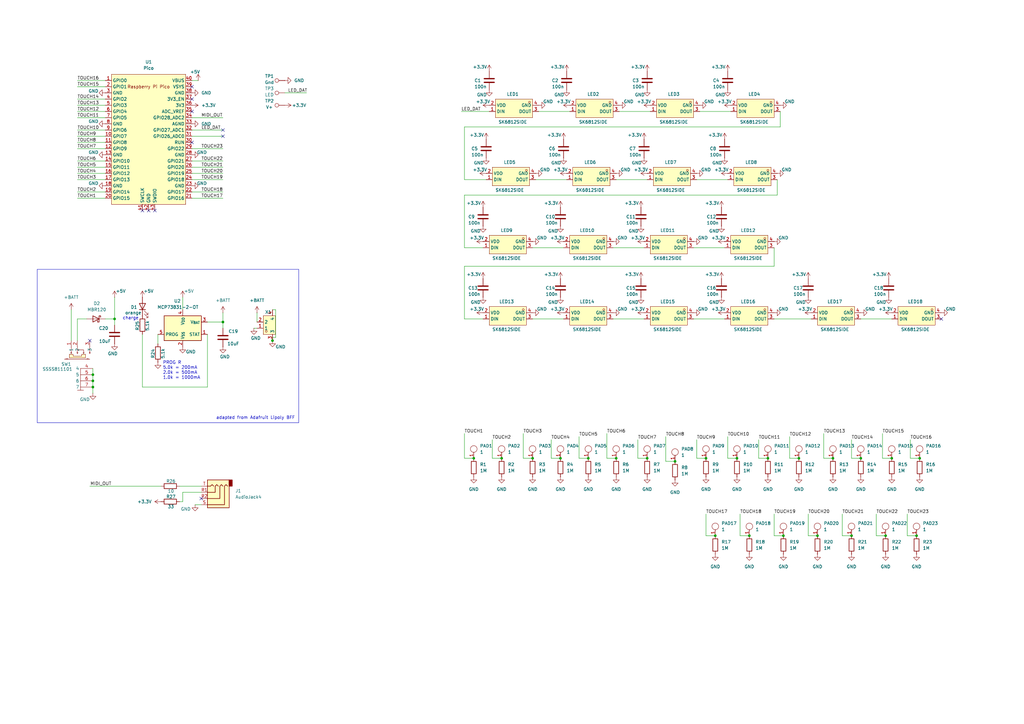
<source format=kicad_sch>
(kicad_sch (version 20231120) (generator "eeschema") (generator_version "8.0")
  (paper "A3")
  (junction (at 349.25 219.71))
  (junction (at 353.06 187.96))
  (junction (at 46.99 130.81))
  (junction (at 91.44 132.08))
  (junction (at 289.56 187.96))
  (junction (at 335.28 219.71))
  (junction (at 218.44 187.96))
  (junction (at 194.31 187.96))
  (junction (at 252.73 187.96))
  (junction (at 307.34 219.71))
  (junction (at 365.76 187.96))
  (junction (at 38.1 153.67))
  (junction (at 327.66 187.96))
  (junction (at 293.37 219.71))
  (junction (at 265.43 187.96))
  (junction (at 229.87 187.96))
  (junction (at 375.92 219.71))
  (junction (at 377.19 187.96))
  (junction (at 241.3 187.96))
  (junction (at 205.74 187.96))
  (junction (at 111.76 139.7))
  (junction (at 38.1 156.21))
  (junction (at 321.31 219.71))
  (junction (at 341.63 187.96))
  (junction (at 38.1 158.75))
  (junction (at 276.86 189.23))
  (junction (at 363.22 219.71))
  (junction (at 302.26 187.96))
  (junction (at 314.96 187.96))
  (no_connect (at 91.44 53.34))
  (no_connect (at 78.74 40.64))
  (no_connect (at 78.74 45.72))
  (no_connect (at 91.44 55.88))
  (no_connect (at 36.83 139.7))
  (no_connect (at 82.55 204.47))
  (no_connect (at 63.5 86.36))
  (no_connect (at 386.08 130.81))
  (no_connect (at 58.42 86.36))
  (no_connect (at 78.74 58.42))
  (no_connect (at 78.74 35.56))
  (no_connect (at 60.96 86.36))
  (wire (pts (xy 298.45 179.07) (xy 298.45 187.96)))
  (wire (pts (xy 285.75 187.96) (xy 289.56 187.96)))
  (wire (pts (xy 372.11 219.71) (xy 375.92 219.71)))
  (wire (pts (xy 284.48 101.6) (xy 297.18 101.6)))
  (wire (pts (xy 31.75 81.28) (xy 43.18 81.28)))
  (wire (pts (xy 85.09 132.08) (xy 91.44 132.08)))
  (wire (pts (xy 31.75 78.74) (xy 43.18 78.74)))
  (wire (pts (xy 273.05 179.07) (xy 273.05 189.23)))
  (wire (pts (xy 285.75 180.34) (xy 285.75 187.96)))
  (wire (pts (xy 78.74 68.58) (xy 91.44 68.58)))
  (wire (pts (xy 359.41 219.71) (xy 363.22 219.71)))
  (wire (pts (xy 31.75 48.26) (xy 43.18 48.26)))
  (wire (pts (xy 74.93 205.74) (xy 73.66 205.74)))
  (wire (pts (xy 261.62 187.96) (xy 265.43 187.96)))
  (wire (pts (xy 31.75 35.56) (xy 43.18 35.56)))
  (wire (pts (xy 82.55 199.39) (xy 73.66 199.39)))
  (wire (pts (xy 317.5 210.82) (xy 317.5 219.71)))
  (wire (pts (xy 189.23 45.72) (xy 200.66 45.72)))
  (wire (pts (xy 285.75 73.66) (xy 298.45 73.66)))
  (wire (pts (xy 237.49 179.07) (xy 237.49 187.96)))
  (wire (pts (xy 78.74 78.74) (xy 91.44 78.74)))
  (wire (pts (xy 190.5 73.66) (xy 199.39 73.66)))
  (wire (pts (xy 190.5 109.22) (xy 190.5 130.81)))
  (wire (pts (xy 317.5 109.22) (xy 190.5 109.22)))
  (wire (pts (xy 345.44 219.71) (xy 349.25 219.71)))
  (wire (pts (xy 31.75 53.34) (xy 43.18 53.34)))
  (wire (pts (xy 78.74 55.88) (xy 91.44 55.88)))
  (wire (pts (xy 219.71 73.66) (xy 232.41 73.66)))
  (wire (pts (xy 318.77 80.01) (xy 190.5 80.01)))
  (wire (pts (xy 373.38 187.96) (xy 377.19 187.96)))
  (wire (pts (xy 31.75 58.42) (xy 43.18 58.42)))
  (wire (pts (xy 303.53 219.71) (xy 307.34 219.71)))
  (wire (pts (xy 190.5 187.96) (xy 194.31 187.96)))
  (wire (pts (xy 349.25 180.34) (xy 349.25 187.96)))
  (wire (pts (xy 38.1 156.21) (xy 38.1 158.75)))
  (wire (pts (xy 85.09 158.75) (xy 85.09 137.16)))
  (wire (pts (xy 331.47 210.82) (xy 331.47 219.71)))
  (wire (pts (xy 190.5 101.6) (xy 198.12 101.6)))
  (wire (pts (xy 252.73 73.66) (xy 265.43 73.66)))
  (wire (pts (xy 251.46 130.81) (xy 264.16 130.81)))
  (wire (pts (xy 116.84 38.1) (xy 125.73 38.1)))
  (wire (pts (xy 359.41 210.82) (xy 359.41 219.71)))
  (wire (pts (xy 201.93 187.96) (xy 205.74 187.96)))
  (wire (pts (xy 190.5 80.01) (xy 190.5 101.6)))
  (wire (pts (xy 46.99 121.92) (xy 46.99 130.81)))
  (wire (pts (xy 46.99 130.81) (xy 46.99 133.35)))
  (wire (pts (xy 261.62 180.34) (xy 261.62 187.96)))
  (wire (pts (xy 251.46 101.6) (xy 264.16 101.6)))
  (wire (pts (xy 289.56 210.82) (xy 289.56 219.71)))
  (wire (pts (xy 337.82 177.8) (xy 337.82 187.96)))
  (wire (pts (xy 317.5 101.6) (xy 317.5 109.22)))
  (wire (pts (xy 254 45.72) (xy 266.7 45.72)))
  (wire (pts (xy 361.95 187.96) (xy 365.76 187.96)))
  (wire (pts (xy 214.63 177.8) (xy 214.63 187.96)))
  (wire (pts (xy 31.75 66.04) (xy 43.18 66.04)))
  (wire (pts (xy 201.93 180.34) (xy 201.93 187.96)))
  (wire (pts (xy 320.04 52.07) (xy 190.5 52.07)))
  (wire (pts (xy 361.95 177.8) (xy 361.95 187.96)))
  (wire (pts (xy 311.15 180.34) (xy 311.15 187.96)))
  (wire (pts (xy 289.56 219.71) (xy 293.37 219.71)))
  (wire (pts (xy 36.83 199.39) (xy 66.04 199.39)))
  (wire (pts (xy 38.1 153.67) (xy 38.1 156.21)))
  (wire (pts (xy 248.92 187.96) (xy 252.73 187.96)))
  (wire (pts (xy 323.85 179.07) (xy 323.85 187.96)))
  (wire (pts (xy 226.06 187.96) (xy 229.87 187.96)))
  (wire (pts (xy 78.74 48.26) (xy 91.44 48.26)))
  (wire (pts (xy 214.63 187.96) (xy 218.44 187.96)))
  (wire (pts (xy 320.04 45.72) (xy 320.04 52.07)))
  (wire (pts (xy 31.75 43.18) (xy 43.18 43.18)))
  (wire (pts (xy 43.18 130.81) (xy 46.99 130.81)))
  (wire (pts (xy 31.75 55.88) (xy 43.18 55.88)))
  (wire (pts (xy 237.49 187.96) (xy 241.3 187.96)))
  (wire (pts (xy 190.5 130.81) (xy 198.12 130.81)))
  (wire (pts (xy 78.74 60.96) (xy 91.44 60.96)))
  (wire (pts (xy 105.41 128.27) (xy 105.41 132.08)))
  (wire (pts (xy 74.93 121.92) (xy 74.93 127)))
  (wire (pts (xy 64.77 137.16) (xy 64.77 140.97)))
  (wire (pts (xy 318.77 73.66) (xy 318.77 80.01)))
  (wire (pts (xy 218.44 101.6) (xy 231.14 101.6)))
  (wire (pts (xy 31.75 60.96) (xy 43.18 60.96)))
  (wire (pts (xy 273.05 189.23) (xy 276.86 189.23)))
  (wire (pts (xy 373.38 180.34) (xy 373.38 187.96)))
  (wire (pts (xy 74.93 201.93) (xy 74.93 205.74)))
  (wire (pts (xy 31.75 40.64) (xy 43.18 40.64)))
  (wire (pts (xy 113.03 127) (xy 113.03 138.43)))
  (wire (pts (xy 284.48 130.81) (xy 297.18 130.81)))
  (wire (pts (xy 35.56 130.81) (xy 31.75 130.81)))
  (wire (pts (xy 81.28 33.02) (xy 78.74 33.02)))
  (wire (pts (xy 82.55 207.01) (xy 80.01 207.01)))
  (wire (pts (xy 353.06 130.81) (xy 365.76 130.81)))
  (wire (pts (xy 220.98 45.72) (xy 233.68 45.72)))
  (wire (pts (xy 91.44 134.62) (xy 91.44 132.08)))
  (wire (pts (xy 31.75 45.72) (xy 43.18 45.72)))
  (wire (pts (xy 113.03 127) (xy 111.76 127)))
  (wire (pts (xy 31.75 33.02) (xy 43.18 33.02)))
  (wire (pts (xy 190.5 52.07) (xy 190.5 73.66)))
  (wire (pts (xy 331.47 219.71) (xy 335.28 219.71)))
  (wire (pts (xy 78.74 73.66) (xy 91.44 73.66)))
  (wire (pts (xy 31.75 130.81) (xy 31.75 139.7)))
  (wire (pts (xy 287.02 45.72) (xy 299.72 45.72)))
  (wire (pts (xy 111.76 138.43) (xy 111.76 139.7)))
  (wire (pts (xy 85.09 158.75) (xy 58.42 158.75)))
  (wire (pts (xy 226.06 180.34) (xy 226.06 187.96)))
  (wire (pts (xy 38.1 158.75) (xy 38.1 161.29)))
  (wire (pts (xy 82.55 201.93) (xy 74.93 201.93)))
  (wire (pts (xy 190.5 177.8) (xy 190.5 187.96)))
  (wire (pts (xy 323.85 187.96) (xy 327.66 187.96)))
  (wire (pts (xy 31.75 73.66) (xy 43.18 73.66)))
  (wire (pts (xy 345.44 210.82) (xy 345.44 219.71)))
  (wire (pts (xy 317.5 130.81) (xy 332.74 130.81)))
  (wire (pts (xy 372.11 210.82) (xy 372.11 219.71)))
  (wire (pts (xy 218.44 130.81) (xy 231.14 130.81)))
  (wire (pts (xy 78.74 71.12) (xy 91.44 71.12)))
  (wire (pts (xy 31.75 71.12) (xy 43.18 71.12)))
  (wire (pts (xy 311.15 187.96) (xy 314.96 187.96)))
  (wire (pts (xy 113.03 138.43) (xy 111.76 138.43)))
  (wire (pts (xy 248.92 177.8) (xy 248.92 187.96)))
  (wire (pts (xy 29.21 127) (xy 29.21 139.7)))
  (wire (pts (xy 31.75 68.58) (xy 43.18 68.58)))
  (wire (pts (xy 303.53 210.82) (xy 303.53 219.71)))
  (wire (pts (xy 349.25 187.96) (xy 353.06 187.96)))
  (wire (pts (xy 91.44 128.27) (xy 91.44 132.08)))
  (wire (pts (xy 78.74 81.28) (xy 91.44 81.28)))
  (wire (pts (xy 105.41 134.62) (xy 104.14 134.62)))
  (wire (pts (xy 78.74 53.34) (xy 91.44 53.34)))
  (wire (pts (xy 58.42 137.16) (xy 58.42 158.75)))
  (wire (pts (xy 298.45 187.96) (xy 302.26 187.96)))
  (wire (pts (xy 337.82 187.96) (xy 341.63 187.96)))
  (wire (pts (xy 38.1 151.13) (xy 38.1 153.67)))
  (wire (pts (xy 317.5 219.71) (xy 321.31 219.71)))
  (wire (pts (xy 78.74 66.04) (xy 91.44 66.04)))
  (rectangle (start 15.24 110.49) (end 122.555 173.355))
  (text "PROG R\n5.0k = 200mA\n2.0k = 500mA\n1.0k = 1000mA" (at 66.802 148.082 0) (effects (font (size 1.27 1.27)) (justify left top)))
  (text "adapted from Adafruit Lipoly BFF" (at 88.646 170.688 0) (effects (font (size 1.27 1.27)) (justify left top)))
  (text "charge" (at 50.292 129.794 0) (effects (font (size 1.27 1.27)) (justify left top)))
  (label "TOUCH6" (at 31.75 66.04 0))
  (label "TOUCH5" (at 31.75 68.58 0))
  (label "TOUCH18" (at 303.53 210.82 0))
  (label "TOUCH13" (at 337.82 177.8 0))
  (label "TOUCH16" (at 373.38 180.34 0))
  (label "MIDI_OUT" (at 45.72 199.39 180))
  (label "TOUCH16" (at 31.75 33.02 0))
  (label "TOUCH15" (at 31.75 35.56 0))
  (label "TOUCH18" (at 82.55 78.74 0))
  (label "TOUCH3" (at 31.75 73.66 0))
  (label "LED_DAT" (at 189.23 45.72 0))
  (label "TOUCH21" (at 82.55 68.58 0))
  (label "TOUCH8" (at 31.75 58.42 0))
  (label "TOUCH2" (at 201.93 180.34 0))
  (label "TOUCH14" (at 349.25 180.34 0))
  (label "TOUCH3" (at 214.63 177.8 0))
  (label "TOUCH12" (at 323.85 179.07 0))
  (label "TOUCH9" (at 285.75 180.34 0))
  (label "TOUCH23" (at 82.55 60.96 0))
  (label "TOUCH15" (at 361.95 177.8 0))
  (label "TOUCH17" (at 82.55 81.28 0))
  (label "TOUCH1" (at 190.5 177.8 0))
  (label "TOUCH4" (at 31.75 71.12 0))
  (label "TOUCH2" (at 31.75 78.74 0))
  (label "LED_DAT" (at 82.55 53.34 0))
  (label "TOUCH20" (at 82.55 71.12 0))
  (label "TOUCH5" (at 237.49 179.07 0))
  (label "TOUCH10" (at 31.75 53.34 0))
  (label "TOUCH21" (at 345.44 210.82 0))
  (label "TOUCH23" (at 372.11 210.82 0))
  (label "TOUCH19" (at 82.55 73.66 0))
  (label "MIDI_OUT" (at 82.55 48.26 0))
  (label "TOUCH20" (at 331.47 210.82 0))
  (label "TOUCH11" (at 31.75 48.26 0))
  (label "TOUCH12" (at 31.75 45.72 0))
  (label "TOUCH19" (at 317.5 210.82 0))
  (label "TOUCH4" (at 226.06 180.34 0))
  (label "TOUCH13" (at 31.75 43.18 0))
  (label "TOUCH6" (at 248.92 177.8 0))
  (label "TOUCH11" (at 311.15 180.34 0))
  (label "TOUCH17" (at 289.56 210.82 0))
  (label "TOUCH22" (at 82.55 66.04 0))
  (label "TOUCH7" (at 31.75 60.96 0))
  (label "TOUCH14" (at 31.75 40.64 0))
  (label "LED_DAT" (at 118.11 38.1 0))
  (label "TOUCH8" (at 273.05 179.07 0))
  (label "TOUCH7" (at 261.62 180.34 0))
  (label "TOUCH10" (at 298.45 179.07 0))
  (label "TOUCH9" (at 31.75 55.88 0))
  (label "TOUCH22" (at 359.41 210.82 0))
  (label "TOUCH1" (at 31.75 81.28 0))
  (symbol (lib_id "power:GND") (at 262.89 92.71 0) (unit 1)
    (property "Reference" "#PWR063" (effects (hide yes)))
    (property "Value" "GND" (at 259.842 94.742 0))
    (property "Description" "Power symbol creates a global label with name \"GND\" , ground" (effects (hide yes)))
  )
  (symbol (lib_id "power:GND") (at 365.76 195.58 0) (unit 1)
    (property "Reference" "#PWR072" (effects (hide yes)))
    (property "Value" "GND" (at 365.76 200.66 0))
    (property "Description" "Power symbol creates a global label with name \"GND\" , ground" (effects (hide yes)))
  )
  (symbol (lib_id "power:+3.3V") (at 332.74 128.27 90) (unit 1)
    (property "Reference" "#PWR0101" (effects (hide yes)))
    (property "Value" "+3.3V" (at 330.2 126.746 90))
    (property "Description" "Power symbol creates a global label with name \"+3.3V\"" (effects (hide yes)))
  )
  (symbol (lib_name "SK6812SIDE_1") (lib_id "todbot_stuff:SK6812SIDE") (at 208.28 129.54 0) (mirror y) (unit 1)
    (property "Reference" "LED13" (at 207.772 123.698 0))
    (property "Value" "SK6812SIDE" (at 207.772 135.128 0))
    (property "Footprint" "todbot_stuff:LED-SMD_4P-L4.0-W1.6-L-keepoutrev" (effects (hide yes)))
    (property "LCSC Part" "C5378721" (effects (hide yes)))
  )
  (symbol (lib_id "Device:R") (at 365.76 191.77 0) (unit 1)
    (property "Reference" "R15" (at 368.3 190.4999 0) (effects (justify left)))
    (property "Value" "1M" (at 368.3 193.0399 0) (effects (justify left)))
    (property "Footprint" "Resistor_SMD:R_0603_1608Metric" (effects (hide yes)))
    (property "Description" "Resistor" (effects (hide yes)))
  )
  (symbol (lib_id "Device:C") (at 198.12 88.9 0) (unit 1)
    (property "Reference" "C9" (at 192.024 88.9 0) (effects (justify left)))
    (property "Value" "100n" (at 192.024 91.44 0) (effects (justify left)))
    (property "Footprint" "Capacitor_SMD:C_0603_1608Metric" (effects (hide yes)))
    (property "Description" "Unpolarized capacitor" (effects (hide yes)))
  )
  (symbol (lib_name "SK6812SIDE_1") (lib_id "todbot_stuff:SK6812SIDE") (at 275.59 72.39 0) (mirror y) (unit 1)
    (property "Reference" "LED7" (at 275.082 66.548 0))
    (property "Value" "SK6812SIDE" (at 275.082 77.978 0))
    (property "Footprint" "todbot_stuff:LED-SMD_4P-L4.0-W1.6-L-keepoutrev" (effects (hide yes)))
    (property "LCSC Part" "C5378721" (effects (hide yes)))
  )
  (symbol (lib_id "Device:C") (at 46.99 137.16 0) (mirror y) (unit 1)
    (property "Reference" "C20" (at 44.45 134.62 0) (effects (justify left)))
    (property "Value" "10uF" (at 45.466 139.954 0) (effects (justify left)))
    (property "Footprint" "Capacitor_SMD:C_0603_1608Metric" (effects (hide yes)))
    (property "Description" "Unpolarized capacitor" (effects (hide yes)))
  )
  (symbol (lib_id "power:GND") (at 229.87 92.71 0) (unit 1)
    (property "Reference" "#PWR059" (effects (hide yes)))
    (property "Value" "GND" (at 226.822 94.742 0))
    (property "Description" "Power symbol creates a global label with name \"GND\" , ground" (effects (hide yes)))
  )
  (symbol (lib_id "Device:C") (at 364.49 118.11 0) (unit 1)
    (property "Reference" "C18" (at 358.394 118.11 0) (effects (justify left)))
    (property "Value" "100n" (at 358.394 120.65 0) (effects (justify left)))
    (property "Footprint" "Capacitor_SMD:C_0603_1608Metric" (effects (hide yes)))
    (property "Description" "Unpolarized capacitor" (effects (hide yes)))
  )
  (symbol (lib_name "SK6812SIDE_1") (lib_id "todbot_stuff:SK6812SIDE") (at 241.3 100.33 0) (mirror y) (unit 1)
    (property "Reference" "LED10" (at 240.792 94.488 0))
    (property "Value" "SK6812SIDE" (at 240.792 105.918 0))
    (property "Footprint" "todbot_stuff:LED-SMD_4P-L4.0-W1.6-L-keepoutrev" (effects (hide yes)))
    (property "LCSC Part" "C5378721" (effects (hide yes)))
  )
  (symbol (lib_id "power:+3.3V") (at 365.76 128.27 90) (unit 1)
    (property "Reference" "#PWR0105" (effects (hide yes)))
    (property "Value" "+3.3V" (at 363.22 126.746 90))
    (property "Description" "Power symbol creates a global label with name \"+3.3V\"" (effects (hide yes)))
  )
  (symbol (lib_name "SK6812SIDE_1") (lib_id "todbot_stuff:SK6812SIDE") (at 210.82 44.45 0) (mirror y) (unit 1)
    (property "Reference" "LED1" (at 210.312 38.608 0))
    (property "Value" "SK6812SIDE" (at 210.312 50.038 0))
    (property "Footprint" "todbot_stuff:LED-SMD_4P-L4.0-W1.6-L-keepoutrev" (effects (hide yes)))
    (property "LCSC Part" "C5378721" (effects (hide yes)))
  )
  (symbol (lib_id "power:GND") (at 78.74 38.1 90) (unit 1)
    (property "Reference" "#PWR04" (effects (hide yes)))
    (property "Value" "GND" (at 82.55 38.0999 90) (effects (justify right)))
    (property "Description" "Power symbol creates a global label with name \"GND\" , ground" (effects (hide yes)))
  )
  (symbol (lib_id "power:+3.3V") (at 298.45 29.21 0) (unit 1)
    (property "Reference" "#PWR034" (effects (hide yes)))
    (property "Value" "+3.3V" (at 294.64 27.432 0))
    (property "Description" "Power symbol creates a global label with name \"+3.3V\"" (effects (hide yes)))
  )
  (symbol (lib_id "Device:R") (at 341.63 191.77 0) (unit 1)
    (property "Reference" "R13" (at 344.17 190.4999 0) (effects (justify left)))
    (property "Value" "1M" (at 344.17 193.0399 0) (effects (justify left)))
    (property "Footprint" "Resistor_SMD:R_0603_1608Metric" (effects (hide yes)))
    (property "Description" "Resistor" (effects (hide yes)))
  )
  (symbol (lib_id "todbot_stuff:Capacitive_Button") (at 218.44 187.96 0) (unit 1)
    (property "Reference" "PAD3" (at 220.98 182.8799 0) (effects (justify left)))
    (property "Value" "1" (at 220.98 185.4199 0) (effects (justify left)))
    (property "Footprint" "todbot_stuff:Pad-CapTouch-10mm-roundrect" (effects (hide yes)))
    (property "Description" "Capacitive touch pad" (effects (hide yes)))
  )
  (symbol (lib_id "power:+3.3V") (at 298.45 71.12 90) (unit 1)
    (property "Reference" "#PWR052" (effects (hide yes)))
    (property "Value" "+3.3V" (at 295.91 69.596 90))
    (property "Description" "Power symbol creates a global label with name \"+3.3V\"" (effects (hide yes)))
  )
  (symbol (lib_id "power:GND") (at 74.93 142.24 0) (unit 1)
    (property "Reference" "#PWR0108" (effects (hide yes)))
    (property "Value" "GND" (at 78.232 144.272 0))
    (property "Description" "Power symbol creates a global label with name \"GND\" , ground" (effects (hide yes)))
  )
  (symbol (lib_id "power:GND") (at 91.44 142.24 0) (unit 1)
    (property "Reference" "#PWR0111" (effects (hide yes)))
    (property "Value" "GND" (at 92.202 146.304 0))
    (property "Description" "Power symbol creates a global label with name \"GND\" , ground" (effects (hide yes)))
  )
  (symbol (lib_id "power:+3.3V") (at 229.87 85.09 0) (unit 1)
    (property "Reference" "#PWR058" (effects (hide yes)))
    (property "Value" "+3.3V" (at 226.06 83.312 0))
    (property "Description" "Power symbol creates a global label with name \"+3.3V\"" (effects (hide yes)))
  )
  (symbol (lib_id "Device:C") (at 331.47 118.11 0) (unit 1)
    (property "Reference" "C17" (at 325.374 118.11 0) (effects (justify left)))
    (property "Value" "100n" (at 325.374 120.65 0) (effects (justify left)))
    (property "Footprint" "Capacitor_SMD:C_0603_1608Metric" (effects (hide yes)))
    (property "Description" "Unpolarized capacitor" (effects (hide yes)))
  )
  (symbol (lib_id "Device:C") (at 200.66 33.02 0) (unit 1)
    (property "Reference" "C1" (at 194.564 33.02 0) (effects (justify left)))
    (property "Value" "100n" (at 194.564 35.56 0) (effects (justify left)))
    (property "Footprint" "Capacitor_SMD:C_0603_1608Metric" (effects (hide yes)))
    (property "Description" "Unpolarized capacitor" (effects (hide yes)))
  )
  (symbol (lib_id "power:GND") (at 78.74 50.8 90) (unit 1)
    (property "Reference" "#PWR07" (effects (hide yes)))
    (property "Value" "GND" (at 82.55 50.7999 90) (effects (justify right)))
    (property "Description" "Power symbol creates a global label with name \"GND\" , ground" (effects (hide yes)))
  )
  (symbol (lib_id "todbot_stuff:Capacitive_Button") (at 307.34 219.71 0) (unit 1)
    (property "Reference" "PAD18" (at 309.88 214.6299 0) (effects (justify left)))
    (property "Value" "1" (at 309.88 217.1699 0) (effects (justify left)))
    (property "Footprint" "todbot_stuff:Pad-CapTouch-10x5mm-roundrect" (effects (hide yes)))
    (property "Description" "Capacitive touch pad" (effects (hide yes)))
  )
  (symbol (lib_id "power:+3.3V") (at 198.12 114.3 0) (unit 1)
    (property "Reference" "#PWR075" (effects (hide yes)))
    (property "Value" "+3.3V" (at 194.31 112.522 0))
    (property "Description" "Power symbol creates a global label with name \"+3.3V\"" (effects (hide yes)))
  )
  (symbol (lib_id "power:GND") (at 285.75 71.12 90) (unit 1)
    (property "Reference" "#PWR049" (effects (hide yes)))
    (property "Value" "GND" (at 287.528 69.596 90) (effects (justify right)))
    (property "Description" "Power symbol creates a global label with name \"GND\" , ground" (effects (hide yes)))
  )
  (symbol (lib_id "Device:R") (at 289.56 191.77 0) (unit 1)
    (property "Reference" "R9" (at 292.1 190.4999 0) (effects (justify left)))
    (property "Value" "1M" (at 292.1 193.0399 0) (effects (justify left)))
    (property "Footprint" "Resistor_SMD:R_0603_1608Metric" (effects (hide yes)))
    (property "Description" "Resistor" (effects (hide yes)))
  )
  (symbol (lib_id "power:GND") (at 375.92 227.33 0) (unit 1)
    (property "Reference" "#PWR096" (effects (hide yes)))
    (property "Value" "GND" (at 375.92 232.41 0))
    (property "Description" "Power symbol creates a global label with name \"GND\" , ground" (effects (hide yes)))
  )
  (symbol (lib_name "SK6812SIDE_1") (lib_id "todbot_stuff:SK6812SIDE") (at 276.86 44.45 0) (mirror y) (unit 1)
    (property "Reference" "LED3" (at 276.352 38.608 0))
    (property "Value" "SK6812SIDE" (at 276.352 50.038 0))
    (property "Footprint" "todbot_stuff:LED-SMD_4P-L4.0-W1.6-L-keepoutrev" (effects (hide yes)))
    (property "LCSC Part" "C5378721" (effects (hide yes)))
  )
  (symbol (lib_id "Connector:TestPoint") (at 116.84 38.1 90) (unit 1) (in_bom no)
    (property "Reference" "TP3" (at 110.49 36.322 90))
    (property "Value" "LED" (at 110.49 38.862 90))
    (property "Footprint" "TestPoint:TestPoint_Pad_D1.5mm" (effects (hide yes)))
    (property "Description" "test point" (effects (hide yes)))
  )
  (symbol (lib_name "SK6812SIDE_1") (lib_id "todbot_stuff:SK6812SIDE") (at 243.84 44.45 0) (mirror y) (unit 1)
    (property "Reference" "LED2" (at 243.332 38.608 0))
    (property "Value" "SK6812SIDE" (at 243.332 50.038 0))
    (property "Footprint" "todbot_stuff:LED-SMD_4P-L4.0-W1.6-L-keepoutrev" (effects (hide yes)))
    (property "LCSC Part" "C5378721" (effects (hide yes)))
  )
  (symbol (lib_id "power:GND") (at 229.87 121.92 0) (unit 1)
    (property "Reference" "#PWR080" (effects (hide yes)))
    (property "Value" "GND" (at 226.822 123.952 0))
    (property "Description" "Power symbol creates a global label with name \"GND\" , ground" (effects (hide yes)))
  )
  (symbol (lib_id "power:+3.3V") (at 116.84 43.18 270) (unit 1)
    (property "Reference" "#PWR098" (effects (hide yes)))
    (property "Value" "+3.3V" (at 122.682 43.18 90))
    (property "Description" "Power symbol creates a global label with name \"+3.3V\"" (effects (hide yes)))
  )
  (symbol (lib_id "power:GND") (at 302.26 195.58 0) (unit 1)
    (property "Reference" "#PWR027" (effects (hide yes)))
    (property "Value" "GND" (at 302.26 200.66 0))
    (property "Description" "Power symbol creates a global label with name \"GND\" , ground" (effects (hide yes)))
  )
  (symbol (lib_id "power:+3.3V") (at 231.14 57.15 0) (unit 1)
    (property "Reference" "#PWR042" (effects (hide yes)))
    (property "Value" "+3.3V" (at 227.33 55.372 0))
    (property "Description" "Power symbol creates a global label with name \"+3.3V\"" (effects (hide yes)))
  )
  (symbol (lib_name "SK6812SIDE_1") (lib_id "todbot_stuff:SK6812SIDE") (at 308.61 72.39 0) (mirror y) (unit 1)
    (property "Reference" "LED8" (at 308.102 66.548 0))
    (property "Value" "SK6812SIDE" (at 308.102 77.978 0))
    (property "Footprint" "todbot_stuff:LED-SMD_4P-L4.0-W1.6-L-keepoutrev" (effects (hide yes)))
    (property "LCSC Part" "C5378721" (effects (hide yes)))
  )
  (symbol (lib_id "Device:R") (at 293.37 223.52 0) (unit 1)
    (property "Reference" "R17" (at 295.91 222.2499 0) (effects (justify left)))
    (property "Value" "1M" (at 295.91 224.7899 0) (effects (justify left)))
    (property "Footprint" "Resistor_SMD:R_0603_1608Metric" (effects (hide yes)))
    (property "Description" "Resistor" (effects (hide yes)))
  )
  (symbol (lib_id "power:GND") (at 252.73 195.58 0) (unit 1)
    (property "Reference" "#PWR023" (effects (hide yes)))
    (property "Value" "GND" (at 252.73 200.66 0))
    (property "Description" "Power symbol creates a global label with name \"GND\" , ground" (effects (hide yes)))
  )
  (symbol (lib_id "power:GND") (at 80.01 207.01 0) (mirror y) (unit 1)
    (property "Reference" "#PWR0122" (effects (hide yes)))
    (property "Value" "GND" (at 76.2 208.788 0))
    (property "Description" "Power symbol creates a global label with name \"GND\" , ground" (effects (hide yes)))
  )
  (symbol (lib_id "power:+3.3V") (at 78.74 43.18 270) (unit 1)
    (property "Reference" "#PWR03" (effects (hide yes)))
    (property "Value" "+3.3V" (at 82.55 43.1799 90) (effects (justify left)))
    (property "Description" "Power symbol creates a global label with name \"+3.3V\"" (effects (hide yes)))
  )
  (symbol (lib_id "power:GND") (at 38.1 161.29 0) (mirror y) (unit 1)
    (property "Reference" "#PWR0116" (effects (hide yes)))
    (property "Value" "GND" (at 34.798 163.83 0))
    (property "Description" "Power symbol creates a global label with name \"GND\" , ground" (effects (hide yes)))
  )
  (symbol (lib_id "power:GND") (at 276.86 196.85 0) (unit 1)
    (property "Reference" "#PWR025" (effects (hide yes)))
    (property "Value" "GND" (at 276.86 201.93 0))
    (property "Description" "Power symbol creates a global label with name \"GND\" , ground" (effects (hide yes)))
  )
  (symbol (lib_id "Device:R") (at 363.22 223.52 0) (unit 1)
    (property "Reference" "R22" (at 365.76 222.2499 0) (effects (justify left)))
    (property "Value" "1M" (at 365.76 224.7899 0) (effects (justify left)))
    (property "Footprint" "Resistor_SMD:R_0603_1608Metric" (effects (hide yes)))
    (property "Description" "Resistor" (effects (hide yes)))
  )
  (symbol (lib_name "SK6812SIDE_1") (lib_id "todbot_stuff:SK6812SIDE") (at 208.28 100.33 0) (mirror y) (unit 1)
    (property "Reference" "LED9" (at 207.772 94.488 0))
    (property "Value" "SK6812SIDE" (at 207.772 105.918 0))
    (property "Footprint" "todbot_stuff:LED-SMD_4P-L4.0-W1.6-L-keepoutrev" (effects (hide yes)))
    (property "LCSC Part" "C5378721" (effects (hide yes)))
  )
  (symbol (lib_id "Device:R") (at 307.34 223.52 0) (unit 1)
    (property "Reference" "R18" (at 309.88 222.2499 0) (effects (justify left)))
    (property "Value" "1M" (at 309.88 224.7899 0) (effects (justify left)))
    (property "Footprint" "Resistor_SMD:R_0603_1608Metric" (effects (hide yes)))
    (property "Description" "Resistor" (effects (hide yes)))
  )
  (symbol (lib_name "SK6812SIDE_1") (lib_id "todbot_stuff:SK6812SIDE") (at 274.32 129.54 0) (mirror y) (unit 1)
    (property "Reference" "LED15" (at 273.812 123.698 0))
    (property "Value" "SK6812SIDE" (at 273.812 135.128 0))
    (property "Footprint" "todbot_stuff:LED-SMD_4P-L4.0-W1.6-L-keepoutrev" (effects (hide yes)))
    (property "LCSC Part" "C5378721" (effects (hide yes)))
  )
  (symbol (lib_id "easyeda2kicad:AFC20-S02ACA-00") (at 110.49 133.35 0) (mirror x) (unit 1)
    (property "Reference" "X1" (at 108.712 128.016 0) (effects (justify left)))
    (property "Value" "AFC20-S02ACA-00" (effects (hide yes)))
    (property "Footprint" "easyeda2kicad:CONN-SMD_AFC20-S02ACA-00" (effects (hide yes)))
    (property "Description" "JST-PH smd socket" (effects (hide yes)))
    (property "LCSC Part" "C2764211" (effects (hide yes)))
  )
  (symbol (lib_id "power:GND") (at 252.73 71.12 90) (unit 1)
    (property "Reference" "#PWR045" (effects (hide yes)))
    (property "Value" "GND" (at 254.508 69.596 90) (effects (justify right)))
    (property "Description" "Power symbol creates a global label with name \"GND\" , ground" (effects (hide yes)))
  )
  (symbol (lib_id "power:GND") (at 232.41 36.83 0) (unit 1)
    (property "Reference" "#PWR016" (effects (hide yes)))
    (property "Value" "GND" (at 229.362 38.862 0))
    (property "Description" "Power symbol creates a global label with name \"GND\" , ground" (effects (hide yes)))
  )
  (symbol (lib_id "power:GND") (at 289.56 195.58 0) (unit 1)
    (property "Reference" "#PWR026" (effects (hide yes)))
    (property "Value" "GND" (at 289.56 200.66 0))
    (property "Description" "Power symbol creates a global label with name \"GND\" , ground" (effects (hide yes)))
  )
  (symbol (lib_id "power:+3.3V") (at 264.16 99.06 90) (unit 1)
    (property "Reference" "#PWR064" (effects (hide yes)))
    (property "Value" "+3.3V" (at 261.62 97.536 90))
    (property "Description" "Power symbol creates a global label with name \"+3.3V\"" (effects (hide yes)))
  )
  (symbol (lib_name "SK6812SIDE_1") (lib_id "todbot_stuff:SK6812SIDE") (at 307.34 129.54 0) (mirror y) (unit 1)
    (property "Reference" "LED16" (at 306.832 123.698 0))
    (property "Value" "SK6812SIDE" (at 306.832 135.128 0))
    (property "Footprint" "todbot_stuff:LED-SMD_4P-L4.0-W1.6-L-keepoutrev" (effects (hide yes)))
    (property "LCSC Part" "C5378721" (effects (hide yes)))
  )
  (symbol (lib_id "todbot_stuff:Capacitive_Button") (at 289.56 187.96 0) (unit 1)
    (property "Reference" "PAD9" (at 292.1 182.8799 0) (effects (justify left)))
    (property "Value" "1" (at 292.1 185.4199 0) (effects (justify left)))
    (property "Footprint" "todbot_stuff:Pad-CapTouch-10mm-roundrect" (effects (hide yes)))
    (property "Description" "Capacitive touch pad" (effects (hide yes)))
  )
  (symbol (lib_id "todbot_stuff:Capacitive_Button") (at 365.76 187.96 0) (unit 1)
    (property "Reference" "PAD15" (at 368.3 182.8799 0) (effects (justify left)))
    (property "Value" "1" (at 368.3 185.4199 0) (effects (justify left)))
    (property "Footprint" "todbot_stuff:Pad-CapTouch-10mm-roundrect" (effects (hide yes)))
    (property "Description" "Capacitive touch pad" (effects (hide yes)))
  )
  (symbol (lib_id "power:+5V") (at 74.93 121.92 0) (mirror y) (unit 1)
    (property "Reference" "#PWR0119" (effects (hide yes)))
    (property "Value" "+5V" (at 77.47 119.38 0))
    (property "Description" "Power symbol creates a global label with name \"+5V\"" (effects (hide yes)))
  )
  (symbol (lib_id "Connector:TestPoint") (at 116.84 43.18 90) (unit 1) (in_bom no)
    (property "Reference" "TP2" (at 110.49 41.402 90))
    (property "Value" "V+" (at 110.49 43.942 90))
    (property "Footprint" "TestPoint:TestPoint_Pad_D1.5mm" (effects (hide yes)))
    (property "Description" "test point" (effects (hide yes)))
  )
  (symbol (lib_id "todbot_stuff:Capacitive_Button") (at 341.63 187.96 0) (unit 1)
    (property "Reference" "PAD13" (at 344.17 182.8799 0) (effects (justify left)))
    (property "Value" "1" (at 344.17 185.4199 0) (effects (justify left)))
    (property "Footprint" "todbot_stuff:Pad-CapTouch-10mm-roundrect" (effects (hide yes)))
    (property "Description" "Capacitive touch pad" (effects (hide yes)))
  )
  (symbol (lib_id "Device:R") (at 327.66 191.77 0) (unit 1)
    (property "Reference" "R12" (at 330.2 190.4999 0) (effects (justify left)))
    (property "Value" "1M" (at 330.2 193.0399 0) (effects (justify left)))
    (property "Footprint" "Resistor_SMD:R_0603_1608Metric" (effects (hide yes)))
    (property "Description" "Resistor" (effects (hide yes)))
  )
  (symbol (lib_id "power:GND") (at 349.25 227.33 0) (unit 1)
    (property "Reference" "#PWR094" (effects (hide yes)))
    (property "Value" "GND" (at 349.25 232.41 0))
    (property "Description" "Power symbol creates a global label with name \"GND\" , ground" (effects (hide yes)))
  )
  (symbol (lib_id "power:GND") (at 386.08 128.27 90) (unit 1)
    (property "Reference" "#PWR0106" (effects (hide yes)))
    (property "Value" "GND" (at 387.858 126.746 90) (effects (justify right)))
    (property "Description" "Power symbol creates a global label with name \"GND\" , ground" (effects (hide yes)))
  )
  (symbol (lib_id "Device:R") (at 377.19 191.77 0) (unit 1)
    (property "Reference" "R16" (at 379.73 190.4999 0) (effects (justify left)))
    (property "Value" "1M" (at 379.73 193.0399 0) (effects (justify left)))
    (property "Footprint" "Resistor_SMD:R_0603_1608Metric" (effects (hide yes)))
    (property "Description" "Resistor" (effects (hide yes)))
  )
  (symbol (lib_id "power:+3.3V") (at 297.18 128.27 90) (unit 1)
    (property "Reference" "#PWR089" (effects (hide yes)))
    (property "Value" "+3.3V" (at 294.64 126.746 90))
    (property "Description" "Power symbol creates a global label with name \"+3.3V\"" (effects (hide yes)))
  )
  (symbol (lib_id "power:GND") (at 317.5 128.27 90) (unit 1)
    (property "Reference" "#PWR090" (effects (hide yes)))
    (property "Value" "GND" (at 319.278 126.746 90) (effects (justify right)))
    (property "Description" "Power symbol creates a global label with name \"GND\" , ground" (effects (hide yes)))
  )
  (symbol (lib_id "Device:R") (at 229.87 191.77 0) (unit 1)
    (property "Reference" "R4" (at 232.41 190.4999 0) (effects (justify left)))
    (property "Value" "1M" (at 232.41 193.0399 0) (effects (justify left)))
    (property "Footprint" "Resistor_SMD:R_0603_1608Metric" (effects (hide yes)))
    (property "Description" "Resistor" (effects (hide yes)))
  )
  (symbol (lib_id "power:+BATT") (at 91.44 128.27 0) (mirror y) (unit 1)
    (property "Reference" "#PWR0110" (effects (hide yes)))
    (property "Value" "+BATT" (at 91.44 123.19 0))
    (property "Description" "Power symbol creates a global label with name \"+BATT\"" (effects (hide yes)))
  )
  (symbol (lib_id "power:GND") (at 218.44 99.06 90) (unit 1)
    (property "Reference" "#PWR057" (effects (hide yes)))
    (property "Value" "GND" (at 220.218 97.536 90) (effects (justify right)))
    (property "Description" "Power symbol creates a global label with name \"GND\" , ground" (effects (hide yes)))
  )
  (symbol (lib_id "power:+BATT") (at 105.41 128.27 0) (mirror y) (unit 1)
    (property "Reference" "#PWR0113" (effects (hide yes)))
    (property "Value" "+BATT" (at 105.41 123.19 0))
    (property "Description" "Power symbol creates a global label with name \"+BATT\"" (effects (hide yes)))
  )
  (symbol (lib_name "SK6812SIDE_1") (lib_id "todbot_stuff:SK6812SIDE") (at 242.57 72.39 0) (mirror y) (unit 1)
    (property "Reference" "LED6" (at 242.062 66.548 0))
    (property "Value" "SK6812SIDE" (at 242.062 77.978 0))
    (property "Footprint" "todbot_stuff:LED-SMD_4P-L4.0-W1.6-L-keepoutrev" (effects (hide yes)))
    (property "LCSC Part" "C5378721" (effects (hide yes)))
  )
  (symbol (lib_id "Device:R") (at 265.43 191.77 0) (unit 1)
    (property "Reference" "R7" (at 267.97 190.4999 0) (effects (justify left)))
    (property "Value" "1M" (at 267.97 193.0399 0) (effects (justify left)))
    (property "Footprint" "Resistor_SMD:R_0603_1608Metric" (effects (hide yes)))
    (property "Description" "Resistor" (effects (hide yes)))
  )
  (symbol (lib_id "power:+3.3V") (at 199.39 71.12 90) (unit 1)
    (property "Reference" "#PWR040" (effects (hide yes)))
    (property "Value" "+3.3V" (at 196.85 69.596 90))
    (property "Description" "Power symbol creates a global label with name \"+3.3V\"" (effects (hide yes)))
  )
  (symbol (lib_id "Device:C") (at 265.43 33.02 0) (unit 1)
    (property "Reference" "C3" (at 259.334 33.02 0) (effects (justify left)))
    (property "Value" "100n" (at 259.334 35.56 0) (effects (justify left)))
    (property "Footprint" "Capacitor_SMD:C_0603_1608Metric" (effects (hide yes)))
    (property "Description" "Unpolarized capacitor" (effects (hide yes)))
  )
  (symbol (lib_id "power:GND") (at 341.63 195.58 0) (unit 1)
    (property "Reference" "#PWR070" (effects (hide yes)))
    (property "Value" "GND" (at 341.63 200.66 0))
    (property "Description" "Power symbol creates a global label with name \"GND\" , ground" (effects (hide yes)))
  )
  (symbol (lib_id "power:GND") (at 218.44 195.58 0) (unit 1)
    (property "Reference" "#PWR020" (effects (hide yes)))
    (property "Value" "GND" (at 218.44 200.66 0))
    (property "Description" "Power symbol creates a global label with name \"GND\" , ground" (effects (hide yes)))
  )
  (symbol (lib_id "power:+3.3V") (at 264.16 128.27 90) (unit 1)
    (property "Reference" "#PWR085" (effects (hide yes)))
    (property "Value" "+3.3V" (at 261.62 126.746 90))
    (property "Description" "Power symbol creates a global label with name \"+3.3V\"" (effects (hide yes)))
  )
  (symbol (lib_id "Device:R") (at 69.85 205.74 270) (mirror x) (unit 1)
    (property "Reference" "R27" (at 70.104 203.708 90))
    (property "Value" "33" (at 70.104 207.772 90))
    (property "Footprint" "Resistor_SMD:R_0603_1608Metric" (effects (hide yes)))
    (property "Description" "Resistor" (effects (hide yes)))
  )
  (symbol (lib_id "power:+3.3V") (at 231.14 128.27 90) (unit 1)
    (property "Reference" "#PWR081" (effects (hide yes)))
    (property "Value" "+3.3V" (at 228.6 126.746 90))
    (property "Description" "Power symbol creates a global label with name \"+3.3V\"" (effects (hide yes)))
  )
  (symbol (lib_id "Device:R") (at 194.31 191.77 0) (unit 1)
    (property "Reference" "R1" (at 196.85 190.4999 0) (effects (justify left)))
    (property "Value" "1M" (at 196.85 193.0399 0) (effects (justify left)))
    (property "Footprint" "Resistor_SMD:R_0603_1608Metric" (effects (hide yes)))
    (property "Description" "Resistor" (effects (hide yes)))
  )
  (symbol (lib_id "power:+3.3V") (at 200.66 43.18 90) (unit 1)
    (property "Reference" "#PWR02" (effects (hide yes)))
    (property "Value" "+3.3V" (at 198.12 41.656 90))
    (property "Description" "Power symbol creates a global label with name \"+3.3V\"" (effects (hide yes)))
  )
  (symbol (lib_id "power:GND") (at 104.14 134.62 0) (unit 1)
    (property "Reference" "#PWR0114" (effects (hide yes)))
    (property "Value" "GND" (at 104.902 138.684 0))
    (property "Description" "Power symbol creates a global label with name \"GND\" , ground" (effects (hide yes)))
  )
  (symbol (lib_id "todbot_stuff:Capacitive_Button") (at 335.28 219.71 0) (unit 1)
    (property "Reference" "PAD20" (at 337.82 214.6299 0) (effects (justify left)))
    (property "Value" "1" (at 337.82 217.1699 0) (effects (justify left)))
    (property "Footprint" "todbot_stuff:Pad-CapTouch-10x5mm-roundrect" (effects (hide yes)))
    (property "Description" "Capacitive touch pad" (effects (hide yes)))
  )
  (symbol (lib_id "todbot_stuff:Capacitive_Button") (at 241.3 187.96 0) (unit 1)
    (property "Reference" "PAD5" (at 243.84 182.8799 0) (effects (justify left)))
    (property "Value" "1" (at 243.84 185.4199 0) (effects (justify left)))
    (property "Footprint" "todbot_stuff:Pad-CapTouch-10mm-roundrect" (effects (hide yes)))
    (property "Description" "Capacitive touch pad" (effects (hide yes)))
  )
  (symbol (lib_name "SK6812SIDE_1") (lib_id "todbot_stuff:SK6812SIDE") (at 241.3 129.54 0) (mirror y) (unit 1)
    (property "Reference" "LED14" (at 240.792 123.698 0))
    (property "Value" "SK6812SIDE" (at 240.792 135.128 0))
    (property "Footprint" "todbot_stuff:LED-SMD_4P-L4.0-W1.6-L-keepoutrev" (effects (hide yes)))
    (property "LCSC Part" "C5378721" (effects (hide yes)))
  )
  (symbol (lib_id "power:+3.3V") (at 297.18 57.15 0) (unit 1)
    (property "Reference" "#PWR050" (effects (hide yes)))
    (property "Value" "+3.3V" (at 293.37 55.372 0))
    (property "Description" "Power symbol creates a global label with name \"+3.3V\"" (effects (hide yes)))
  )
  (symbol (lib_id "power:GND") (at 321.31 227.33 0) (unit 1)
    (property "Reference" "#PWR092" (effects (hide yes)))
    (property "Value" "GND" (at 321.31 232.41 0))
    (property "Description" "Power symbol creates a global label with name \"GND\" , ground" (effects (hide yes)))
  )
  (symbol (lib_id "power:GND") (at 327.66 195.58 0) (unit 1)
    (property "Reference" "#PWR029" (effects (hide yes)))
    (property "Value" "GND" (at 327.66 200.66 0))
    (property "Description" "Power symbol creates a global label with name \"GND\" , ground" (effects (hide yes)))
  )
  (symbol (lib_id "power:+5V") (at 81.28 33.02 0) (mirror y) (unit 1)
    (property "Reference" "#PWR0120" (effects (hide yes)))
    (property "Value" "+5V" (at 80.01 29.464 0))
    (property "Description" "Power symbol creates a global label with name \"+5V\"" (effects (hide yes)))
  )
  (symbol (lib_id "power:+3.3V") (at 295.91 85.09 0) (unit 1)
    (property "Reference" "#PWR066" (effects (hide yes)))
    (property "Value" "+3.3V" (at 292.1 83.312 0))
    (property "Description" "Power symbol creates a global label with name \"+3.3V\"" (effects (hide yes)))
  )
  (symbol (lib_id "Device:C") (at 199.39 60.96 0) (unit 1)
    (property "Reference" "C5" (at 193.294 60.96 0) (effects (justify left)))
    (property "Value" "100n" (at 193.294 63.5 0) (effects (justify left)))
    (property "Footprint" "Capacitor_SMD:C_0603_1608Metric" (effects (hide yes)))
    (property "Description" "Unpolarized capacitor" (effects (hide yes)))
  )
  (symbol (lib_name "SK6812SIDE_1") (lib_id "todbot_stuff:SK6812SIDE") (at 209.55 72.39 0) (mirror y) (unit 1)
    (property "Reference" "LED5" (at 209.042 66.548 0))
    (property "Value" "SK6812SIDE" (at 209.042 77.978 0))
    (property "Footprint" "todbot_stuff:LED-SMD_4P-L4.0-W1.6-L-keepoutrev" (effects (hide yes)))
    (property "LCSC Part" "C5378721" (effects (hide yes)))
  )
  (symbol (lib_id "power:GND") (at 331.47 121.92 0) (unit 1)
    (property "Reference" "#PWR0100" (effects (hide yes)))
    (property "Value" "GND" (at 328.422 123.952 0))
    (property "Description" "Power symbol creates a global label with name \"GND\" , ground" (effects (hide yes)))
  )
  (symbol (lib_id "power:GND") (at 307.34 227.33 0) (unit 1)
    (property "Reference" "#PWR091" (effects (hide yes)))
    (property "Value" "GND" (at 307.34 232.41 0))
    (property "Description" "Power symbol creates a global label with name \"GND\" , ground" (effects (hide yes)))
  )
  (symbol (lib_id "todbot_stuff:Capacitive_Button") (at 205.74 187.96 0) (unit 1)
    (property "Reference" "PAD2" (at 208.28 182.8799 0) (effects (justify left)))
    (property "Value" "1" (at 208.28 185.4199 0) (effects (justify left)))
    (property "Footprint" "todbot_stuff:Pad-CapTouch-10mm-roundrect" (effects (hide yes)))
    (property "Description" "Capacitive touch pad" (effects (hide yes)))
  )
  (symbol (lib_name "SK6812SIDE_1") (lib_id "todbot_stuff:SK6812SIDE") (at 342.9 129.54 0) (mirror y) (unit 1)
    (property "Reference" "LED17" (at 342.392 123.698 0))
    (property "Value" "SK6812SIDE" (at 342.392 135.128 0))
    (property "Footprint" "todbot_stuff:LED-SMD_4P-L4.0-W1.6-L-keepoutrev" (effects (hide yes)))
    (property "LCSC Part" "C5378721" (effects (hide yes)))
  )
  (symbol (lib_id "power:+3.3V") (at 233.68 43.18 90) (unit 1)
    (property "Reference" "#PWR014" (effects (hide yes)))
    (property "Value" "+3.3V" (at 231.14 41.656 90))
    (property "Description" "Power symbol creates a global label with name \"+3.3V\"" (effects (hide yes)))
  )
  (symbol (lib_id "Device:C") (at 262.89 88.9 0) (unit 1)
    (property "Reference" "C11" (at 256.794 88.9 0) (effects (justify left)))
    (property "Value" "100n" (at 256.794 91.44 0) (effects (justify left)))
    (property "Footprint" "Capacitor_SMD:C_0603_1608Metric" (effects (hide yes)))
    (property "Description" "Unpolarized capacitor" (effects (hide yes)))
  )
  (symbol (lib_id "power:GND") (at 251.46 99.06 90) (unit 1)
    (property "Reference" "#PWR061" (effects (hide yes)))
    (property "Value" "GND" (at 253.238 97.536 90) (effects (justify right)))
    (property "Description" "Power symbol creates a global label with name \"GND\" , ground" (effects (hide yes)))
  )
  (symbol (lib_id "power:GND") (at 317.5 99.06 90) (unit 1)
    (property "Reference" "#PWR069" (effects (hide yes)))
    (property "Value" "GND" (at 319.278 97.536 90) (effects (justify right)))
    (property "Description" "Power symbol creates a global label with name \"GND\" , ground" (effects (hide yes)))
  )
  (symbol (lib_id "power:GND") (at 262.89 121.92 0) (unit 1)
    (property "Reference" "#PWR084" (effects (hide yes)))
    (property "Value" "GND" (at 259.842 123.952 0))
    (property "Description" "Power symbol creates a global label with name \"GND\" , ground" (effects (hide yes)))
  )
  (symbol (lib_id "power:GND") (at 116.84 33.02 90) (unit 1)
    (property "Reference" "#PWR097" (effects (hide yes)))
    (property "Value" "GND" (at 120.65 33.0199 90) (effects (justify right)))
    (property "Description" "Power symbol creates a global label with name \"GND\" , ground" (effects (hide yes)))
  )
  (symbol (lib_id "power:+3.3V") (at 199.39 57.15 0) (unit 1)
    (property "Reference" "#PWR038" (effects (hide yes)))
    (property "Value" "+3.3V" (at 195.58 55.372 0))
    (property "Description" "Power symbol creates a global label with name \"+3.3V\"" (effects (hide yes)))
  )
  (symbol (lib_id "power:+3.3V") (at 66.04 205.74 90) (mirror x) (unit 1)
    (property "Reference" "#PWR0121" (effects (hide yes)))
    (property "Value" "+3.3V" (at 62.23 205.7399 90) (effects (justify left)))
    (property "Description" "Power symbol creates a global label with name \"+3.3V\"" (effects (hide yes)))
  )
  (symbol (lib_id "todbot_stuff:Capacitive_Button") (at 293.37 219.71 0) (unit 1)
    (property "Reference" "PAD17" (at 295.91 214.6299 0) (effects (justify left)))
    (property "Value" "1" (at 295.91 217.1699 0) (effects (justify left)))
    (property "Footprint" "todbot_stuff:Pad-CapTouch-10x5mm-roundrect" (effects (hide yes)))
    (property "Description" "Capacitive touch pad" (effects (hide yes)))
  )
  (symbol (lib_id "power:+BATT") (at 29.21 127 0) (unit 1)
    (property "Reference" "#PWR0115" (effects (hide yes)))
    (property "Value" "+BATT" (at 29.21 121.92 0))
    (property "Description" "Power symbol creates a global label with name \"+BATT\"" (effects (hide yes)))
  )
  (symbol (lib_id "todbot_stuff:Capacitive_Button") (at 276.86 189.23 0) (unit 1)
    (property "Reference" "PAD8" (at 279.4 184.1499 0) (effects (justify left)))
    (property "Value" "1" (at 279.4 186.6899 0) (effects (justify left)))
    (property "Footprint" "todbot_stuff:Pad-CapTouch-10mm-roundrect" (effects (hide yes)))
    (property "Description" "Capacitive touch pad" (effects (hide yes)))
  )
  (symbol (lib_name "SK6812SIDE_1") (lib_id "todbot_stuff:SK6812SIDE") (at 309.88 44.45 0) (mirror y) (unit 1)
    (property "Reference" "LED4" (at 309.372 38.608 0))
    (property "Value" "SK6812SIDE" (at 309.372 50.038 0))
    (property "Footprint" "todbot_stuff:LED-SMD_4P-L4.0-W1.6-L-keepoutrev" (effects (hide yes)))
    (property "LCSC Part" "C5378721" (effects (hide yes)))
  )
  (symbol (lib_id "power:GND") (at 364.49 121.92 0) (unit 1)
    (property "Reference" "#PWR0104" (effects (hide yes)))
    (property "Value" "GND" (at 361.442 123.952 0))
    (property "Description" "Power symbol creates a global label with name \"GND\" , ground" (effects (hide yes)))
  )
  (symbol (lib_id "Connector:TestPoint") (at 116.84 33.02 90) (unit 1) (in_bom no)
    (property "Reference" "TP1" (at 110.49 31.242 90))
    (property "Value" "Gnd" (at 110.49 33.782 90))
    (property "Footprint" "TestPoint:TestPoint_Pad_D1.5mm" (effects (hide yes)))
    (property "Description" "test point" (effects (hide yes)))
  )
  (symbol (lib_id "power:GND") (at 231.14 64.77 0) (unit 1)
    (property "Reference" "#PWR043" (effects (hide yes)))
    (property "Value" "GND" (at 228.092 66.802 0))
    (property "Description" "Power symbol creates a global label with name \"GND\" , ground" (effects (hide yes)))
  )
  (symbol (lib_id "power:GND") (at 320.04 43.18 90) (unit 1)
    (property "Reference" "#PWR037" (effects (hide yes)))
    (property "Value" "GND" (at 321.818 41.656 90) (effects (justify right)))
    (property "Description" "Power symbol creates a global label with name \"GND\" , ground" (effects (hide yes)))
  )
  (symbol (lib_id "Battery_Management:MCP73831-2-OT") (at 74.93 134.62 0) (unit 1)
    (property "Reference" "U2" (at 71.374 123.444 0) (effects (justify left)))
    (property "Value" "MCP73831-2-OT" (at 64.516 125.984 0) (effects (justify left)))
    (property "Footprint" "Package_TO_SOT_SMD:SOT-23-5" (effects (hide yes)))
    (property "Datasheet" "http://ww1.microchip.com/downloads/en/DeviceDoc/20001984g.pdf" (effects (hide yes)))
    (property "Description" "Single cell, Li-Ion/Li-Po charge management controller, 4.20V, Tri-State Status Output, in SOT23-5 package" (effects (hide yes)))
    (property "LCSC Part" "C424093" (effects (hide yes)))
  )
  (symbol (lib_id "power:GND") (at 198.12 92.71 0) (unit 1)
    (property "Reference" "#PWR055" (effects (hide yes)))
    (property "Value" "GND" (at 195.072 94.742 0))
    (property "Description" "Power symbol creates a global label with name \"GND\" , ground" (effects (hide yes)))
  )
  (symbol (lib_id "power:GND") (at 46.99 140.97 0) (mirror y) (unit 1)
    (property "Reference" "#PWR0118" (effects (hide yes)))
    (property "Value" "GND" (at 46.228 145.034 0))
    (property "Description" "Power symbol creates a global label with name \"GND\" , ground" (effects (hide yes)))
  )
  (symbol (lib_id "Device:R") (at 276.86 193.04 0) (unit 1)
    (property "Reference" "R8" (at 279.4 191.7699 0) (effects (justify left)))
    (property "Value" "1M" (at 279.4 194.3099 0) (effects (justify left)))
    (property "Footprint" "Resistor_SMD:R_0603_1608Metric" (effects (hide yes)))
    (property "Description" "Resistor" (effects (hide yes)))
  )
  (symbol (lib_id "todbot_stuff:Capacitive_Button") (at 302.26 187.96 0) (unit 1)
    (property "Reference" "PAD10" (at 304.8 182.8799 0) (effects (justify left)))
    (property "Value" "1" (at 304.8 185.4199 0) (effects (justify left)))
    (property "Footprint" "todbot_stuff:Pad-CapTouch-10mm-roundrect" (effects (hide yes)))
    (property "Description" "Capacitive touch pad" (effects (hide yes)))
  )
  (symbol (lib_id "todbot_stuff:Capacitive_Button") (at 229.87 187.96 0) (unit 1)
    (property "Reference" "PAD4" (at 232.41 182.8799 0) (effects (justify left)))
    (property "Value" "1" (at 232.41 185.4199 0) (effects (justify left)))
    (property "Footprint" "todbot_stuff:Pad-CapTouch-10mm-roundrect" (effects (hide yes)))
    (property "Description" "Capacitive touch pad" (effects (hide yes)))
  )
  (symbol (lib_id "power:+3.3V") (at 299.72 43.18 90) (unit 1)
    (property "Reference" "#PWR036" (effects (hide yes)))
    (property "Value" "+3.3V" (at 297.18 41.656 90))
    (property "Description" "Power symbol creates a global label with name \"+3.3V\"" (effects (hide yes)))
  )
  (symbol (lib_id "power:+3.3V") (at 364.49 114.3 0) (unit 1)
    (property "Reference" "#PWR0103" (effects (hide yes)))
    (property "Value" "+3.3V" (at 360.68 112.522 0))
    (property "Description" "Power symbol creates a global label with name \"+3.3V\"" (effects (hide yes)))
  )
  (symbol (lib_id "power:GND") (at 353.06 128.27 90) (unit 1)
    (property "Reference" "#PWR0102" (effects (hide yes)))
    (property "Value" "GND" (at 354.838 126.746 90) (effects (justify right)))
    (property "Description" "Power symbol creates a global label with name \"GND\" , ground" (effects (hide yes)))
  )
  (symbol (lib_id "todbot_stuff:Capacitive_Button") (at 321.31 219.71 0) (unit 1)
    (property "Reference" "PAD19" (at 323.85 214.6299 0) (effects (justify left)))
    (property "Value" "1" (at 323.85 217.1699 0) (effects (justify left)))
    (property "Footprint" "todbot_stuff:Pad-CapTouch-10x5mm-roundrect" (effects (hide yes)))
    (property "Description" "Capacitive touch pad" (effects (hide yes)))
  )
  (symbol (lib_id "Device:C") (at 262.89 118.11 0) (unit 1)
    (property "Reference" "C15" (at 256.794 118.11 0) (effects (justify left)))
    (property "Value" "100n" (at 256.794 120.65 0) (effects (justify left)))
    (property "Footprint" "Capacitor_SMD:C_0603_1608Metric" (effects (hide yes)))
    (property "Description" "Unpolarized capacitor" (effects (hide yes)))
  )
  (symbol (lib_id "power:+5V") (at 46.99 121.92 0) (mirror y) (unit 1)
    (property "Reference" "#PWR0117" (effects (hide yes)))
    (property "Value" "+5V" (at 49.53 119.38 0))
    (property "Description" "Power symbol creates a global label with name \"+5V\"" (effects (hide yes)))
  )
  (symbol (lib_id "power:GND") (at 219.71 71.12 90) (unit 1)
    (property "Reference" "#PWR041" (effects (hide yes)))
    (property "Value" "GND" (at 221.488 69.596 90) (effects (justify right)))
    (property "Description" "Power symbol creates a global label with name \"GND\" , ground" (effects (hide yes)))
  )
  (symbol (lib_id "Device:R") (at 252.73 191.77 0) (unit 1)
    (property "Reference" "R6" (at 255.27 190.4999 0) (effects (justify left)))
    (property "Value" "1M" (at 255.27 193.0399 0) (effects (justify left)))
    (property "Footprint" "Resistor_SMD:R_0603_1608Metric" (effects (hide yes)))
    (property "Description" "Resistor" (effects (hide yes)))
  )
  (symbol (lib_id "power:+3.3V") (at 331.47 114.3 0) (unit 1)
    (property "Reference" "#PWR099" (effects (hide yes)))
    (property "Value" "+3.3V" (at 327.66 112.522 0))
    (property "Description" "Power symbol creates a global label with name \"+3.3V\"" (effects (hide yes)))
  )
  (symbol (lib_id "todbot_stuff:Capacitive_Button") (at 375.92 219.71 0) (unit 1)
    (property "Reference" "PAD23" (at 378.46 214.6299 0) (effects (justify left)))
    (property "Value" "1" (at 378.46 217.1699 0) (effects (justify left)))
    (property "Footprint" "todbot_stuff:Pad-CapTouch-10x5mm-roundrect" (effects (hide yes)))
    (property "Description" "Capacitive touch pad" (effects (hide yes)))
  )
  (symbol (lib_id "Device:R") (at 218.44 191.77 0) (unit 1)
    (property "Reference" "R3" (at 220.98 190.4999 0) (effects (justify left)))
    (property "Value" "1M" (at 220.98 193.0399 0) (effects (justify left)))
    (property "Footprint" "Resistor_SMD:R_0603_1608Metric" (effects (hide yes)))
    (property "Description" "Resistor" (effects (hide yes)))
  )
  (symbol (lib_id "power:GND") (at 265.43 195.58 0) (unit 1)
    (property "Reference" "#PWR024" (effects (hide yes)))
    (property "Value" "GND" (at 265.43 200.66 0))
    (property "Description" "Power symbol creates a global label with name \"GND\" , ground" (effects (hide yes)))
  )
  (symbol (lib_id "Device:C") (at 295.91 118.11 0) (unit 1)
    (property "Reference" "C16" (at 289.814 118.11 0) (effects (justify left)))
    (property "Value" "100n" (at 289.814 120.65 0) (effects (justify left)))
    (property "Footprint" "Capacitor_SMD:C_0603_1608Metric" (effects (hide yes)))
    (property "Description" "Unpolarized capacitor" (effects (hide yes)))
  )
  (symbol (lib_id "power:+3.3V") (at 297.18 99.06 90) (unit 1)
    (property "Reference" "#PWR068" (effects (hide yes)))
    (property "Value" "+3.3V" (at 294.64 97.536 90))
    (property "Description" "Power symbol creates a global label with name \"+3.3V\"" (effects (hide yes)))
  )
  (symbol (lib_id "power:GND") (at 194.31 195.58 0) (unit 1)
    (property "Reference" "#PWR01" (effects (hide yes)))
    (property "Value" "GND" (at 194.31 200.66 0))
    (property "Description" "Power symbol creates a global label with name \"GND\" , ground" (effects (hide yes)))
  )
  (symbol (lib_id "Device:R") (at 302.26 191.77 0) (unit 1)
    (property "Reference" "R10" (at 304.8 190.4999 0) (effects (justify left)))
    (property "Value" "1M" (at 304.8 193.0399 0) (effects (justify left)))
    (property "Footprint" "Resistor_SMD:R_0603_1608Metric" (effects (hide yes)))
    (property "Description" "Resistor" (effects (hide yes)))
  )
  (symbol (lib_id "power:GND") (at 335.28 227.33 0) (unit 1)
    (property "Reference" "#PWR093" (effects (hide yes)))
    (property "Value" "GND" (at 335.28 232.41 0))
    (property "Description" "Power symbol creates a global label with name \"GND\" , ground" (effects (hide yes)))
  )
  (symbol (lib_id "power:+3.3V") (at 265.43 29.21 0) (unit 1)
    (property "Reference" "#PWR030" (effects (hide yes)))
    (property "Value" "+3.3V" (at 261.62 27.432 0))
    (property "Description" "Power symbol creates a global label with name \"+3.3V\"" (effects (hide yes)))
  )
  (symbol (lib_id "power:GND") (at 220.98 43.18 90) (unit 1)
    (property "Reference" "#PWR017" (effects (hide yes)))
    (property "Value" "GND" (at 222.758 41.656 90) (effects (justify right)))
    (property "Description" "Power symbol creates a global label with name \"GND\" , ground" (effects (hide yes)))
  )
  (symbol (lib_id "power:GND") (at 251.46 128.27 90) (unit 1)
    (property "Reference" "#PWR082" (effects (hide yes)))
    (property "Value" "GND" (at 253.238 126.746 90) (effects (justify right)))
    (property "Description" "Power symbol creates a global label with name \"GND\" , ground" (effects (hide yes)))
  )
  (symbol (lib_id "power:GND") (at 218.44 128.27 90) (unit 1)
    (property "Reference" "#PWR078" (effects (hide yes)))
    (property "Value" "GND" (at 220.218 126.746 90) (effects (justify right)))
    (property "Description" "Power symbol creates a global label with name \"GND\" , ground" (effects (hide yes)))
  )
  (symbol (lib_id "power:+3.3V") (at 200.66 29.21 0) (unit 1)
    (property "Reference" "#PWR013" (effects (hide yes)))
    (property "Value" "+3.3V" (at 196.85 27.432 0))
    (property "Description" "Power symbol creates a global label with name \"+3.3V\"" (effects (hide yes)))
  )
  (symbol (lib_id "power:GND") (at 199.39 64.77 0) (unit 1)
    (property "Reference" "#PWR039" (effects (hide yes)))
    (property "Value" "GND" (at 196.342 66.802 0))
    (property "Description" "Power symbol creates a global label with name \"GND\" , ground" (effects (hide yes)))
  )
  (symbol (lib_id "Connector_Audio:AudioJack4") (at 87.63 204.47 180) (unit 1)
    (property "Reference" "J1" (at 96.52 201.2949 0) (effects (justify right)))
    (property "Value" "AudioJack4" (at 96.52 203.8349 0) (effects (justify right)))
    (property "Footprint" "todbot_stuff:Jack_3.5mm_PJ320D_Horizontal" (effects (hide yes)))
    (property "Description" "Audio Jack, 4 Poles (TRRS)" (effects (hide yes)))
    (property "LCSC" "C431535" (effects (hide yes)))
  )
  (symbol (lib_id "power:GND") (at 284.48 99.06 90) (unit 1)
    (property "Reference" "#PWR065" (effects (hide yes)))
    (property "Value" "GND" (at 286.258 97.536 90) (effects (justify right)))
    (property "Description" "Power symbol creates a global label with name \"GND\" , ground" (effects (hide yes)))
  )
  (symbol (lib_id "power:+3.3V") (at 232.41 29.21 0) (unit 1)
    (property "Reference" "#PWR015" (effects (hide yes)))
    (property "Value" "+3.3V" (at 228.6 27.432 0))
    (property "Description" "Power symbol creates a global label with name \"+3.3V\"" (effects (hide yes)))
  )
  (symbol (lib_id "power:GND") (at 293.37 227.33 0) (unit 1)
    (property "Reference" "#PWR074" (effects (hide yes)))
    (property "Value" "GND" (at 293.37 232.41 0))
    (property "Description" "Power symbol creates a global label with name \"GND\" , ground" (effects (hide yes)))
  )
  (symbol (lib_id "power:GND") (at 265.43 36.83 0) (unit 1)
    (property "Reference" "#PWR031" (effects (hide yes)))
    (property "Value" "GND" (at 262.382 38.862 0))
    (property "Description" "Power symbol creates a global label with name \"GND\" , ground" (effects (hide yes)))
  )
  (symbol (lib_id "Device:R") (at 353.06 191.77 0) (unit 1)
    (property "Reference" "R14" (at 355.6 190.4999 0) (effects (justify left)))
    (property "Value" "1M" (at 355.6 193.0399 0) (effects (justify left)))
    (property "Footprint" "Resistor_SMD:R_0603_1608Metric" (effects (hide yes)))
    (property "Description" "Resistor" (effects (hide yes)))
  )
  (symbol (lib_id "power:GND") (at 200.66 36.83 0) (unit 1)
    (property "Reference" "#PWR012" (effects (hide yes)))
    (property "Value" "GND" (at 197.612 38.862 0))
    (property "Description" "Power symbol creates a global label with name \"GND\" , ground" (effects (hide yes)))
  )
  (symbol (lib_id "power:GND") (at 43.18 50.8 270) (unit 1)
    (property "Reference" "#PWR09" (effects (hide yes)))
    (property "Value" "GND" (at 40.386 49.784 90) (effects (justify right)))
    (property "Description" "Power symbol creates a global label with name \"GND\" , ground" (effects (hide yes)))
  )
  (symbol (lib_id "power:GND") (at 318.77 71.12 90) (unit 1)
    (property "Reference" "#PWR053" (effects (hide yes)))
    (property "Value" "GND" (at 320.548 69.596 90) (effects (justify right)))
    (property "Description" "Power symbol creates a global label with name \"GND\" , ground" (effects (hide yes)))
  )
  (symbol (lib_id "power:GND") (at 314.96 195.58 0) (unit 1)
    (property "Reference" "#PWR028" (effects (hide yes)))
    (property "Value" "GND" (at 314.96 200.66 0))
    (property "Description" "Power symbol creates a global label with name \"GND\" , ground" (effects (hide yes)))
  )
  (symbol (lib_id "power:GND") (at 64.77 148.59 0) (unit 1)
    (property "Reference" "#PWR0107" (effects (hide yes)))
    (property "Value" "GND" (effects (hide yes)))
    (property "Description" "Power symbol creates a global label with name \"GND\" , ground" (effects (hide yes)))
  )
  (symbol (lib_name "SK6812SIDE_1") (lib_id "todbot_stuff:SK6812SIDE") (at 274.32 100.33 0) (mirror y) (unit 1)
    (property "Reference" "LED11" (at 273.812 94.488 0))
    (property "Value" "SK6812SIDE" (at 273.812 105.918 0))
    (property "Footprint" "todbot_stuff:LED-SMD_4P-L4.0-W1.6-L-keepoutrev" (effects (hide yes)))
    (property "LCSC Part" "C5378721" (effects (hide yes)))
  )
  (symbol (lib_id "power:GND") (at 363.22 227.33 0) (unit 1)
    (property "Reference" "#PWR095" (effects (hide yes)))
    (property "Value" "GND" (at 363.22 232.41 0))
    (property "Description" "Power symbol creates a global label with name \"GND\" , ground" (effects (hide yes)))
  )
  (symbol (lib_id "Device:C") (at 198.12 118.11 0) (unit 1)
    (property "Reference" "C13" (at 192.024 118.11 0) (effects (justify left)))
    (property "Value" "100n" (at 192.024 120.65 0) (effects (justify left)))
    (property "Footprint" "Capacitor_SMD:C_0603_1608Metric" (effects (hide yes)))
    (property "Description" "Unpolarized capacitor" (effects (hide yes)))
  )
  (symbol (lib_id "power:GND") (at 241.3 195.58 0) (unit 1)
    (property "Reference" "#PWR022" (effects (hide yes)))
    (property "Value" "GND" (at 241.3 200.66 0))
    (property "Description" "Power symbol creates a global label with name \"GND\" , ground" (effects (hide yes)))
  )
  (symbol (lib_id "power:+3.3V") (at 198.12 99.06 90) (unit 1)
    (property "Reference" "#PWR056" (effects (hide yes)))
    (property "Value" "+3.3V" (at 195.58 97.536 90))
    (property "Description" "Power symbol creates a global label with name \"+3.3V\"" (effects (hide yes)))
  )
  (symbol (lib_id "power:GND") (at 198.12 121.92 0) (unit 1)
    (property "Reference" "#PWR076" (effects (hide yes)))
    (property "Value" "GND" (at 195.072 123.952 0))
    (property "Description" "Power symbol creates a global label with name \"GND\" , ground" (effects (hide yes)))
  )
  (symbol (lib_id "Device:R") (at 241.3 191.77 0) (unit 1)
    (property "Reference" "R5" (at 243.84 190.4999 0) (effects (justify left)))
    (property "Value" "1M" (at 243.84 193.0399 0) (effects (justify left)))
    (property "Footprint" "Resistor_SMD:R_0603_1608Metric" (effects (hide yes)))
    (property "Description" "Resistor" (effects (hide yes)))
  )
  (symbol (lib_id "Device:R") (at 205.74 191.77 0) (unit 1)
    (property "Reference" "R2" (at 208.28 190.4999 0) (effects (justify left)))
    (property "Value" "1M" (at 208.28 193.0399 0) (effects (justify left)))
    (property "Footprint" "Resistor_SMD:R_0603_1608Metric" (effects (hide yes)))
    (property "Description" "Resistor" (effects (hide yes)))
  )
  (symbol (lib_id "power:+3.3V") (at 231.14 99.06 90) (unit 1)
    (property "Reference" "#PWR060" (effects (hide yes)))
    (property "Value" "+3.3V" (at 228.6 97.536 90))
    (property "Description" "Power symbol creates a global label with name \"+3.3V\"" (effects (hide yes)))
  )
  (symbol (lib_id "power:+3.3V") (at 295.91 114.3 0) (unit 1)
    (property "Reference" "#PWR087" (effects (hide yes)))
    (property "Value" "+3.3V" (at 292.1 112.522 0))
    (property "Description" "Power symbol creates a global label with name \"+3.3V\"" (effects (hide yes)))
  )
  (symbol (lib_id "Device:C") (at 91.44 138.43 0) (unit 1)
    (property "Reference" "C19" (at 93.726 135.89 0) (effects (justify left)))
    (property "Value" "10uF" (at 93.218 140.97 0) (effects (justify left)))
    (property "Footprint" "Capacitor_SMD:C_0603_1608Metric" (effects (hide yes)))
    (property "Description" "Unpolarized capacitor" (effects (hide yes)))
  )
  (symbol (lib_id "power:GND") (at 229.87 195.58 0) (unit 1)
    (property "Reference" "#PWR021" (effects (hide yes)))
    (property "Value" "GND" (at 229.87 200.66 0))
    (property "Description" "Power symbol creates a global label with name \"GND\" , ground" (effects (hide yes)))
  )
  (symbol (lib_name "SK6812SIDE_1") (lib_id "todbot_stuff:SK6812SIDE") (at 307.34 100.33 0) (mirror y) (unit 1)
    (property "Reference" "LED12" (at 306.832 94.488 0))
    (property "Value" "SK6812SIDE" (at 306.832 105.918 0))
    (property "Footprint" "todbot_stuff:LED-SMD_4P-L4.0-W1.6-L-keepoutrev" (effects (hide yes)))
    (property "LCSC Part" "C5378721" (effects (hide yes)))
  )
  (symbol (lib_id "power:GND") (at 295.91 121.92 0) (unit 1)
    (property "Reference" "#PWR088" (effects (hide yes)))
    (property "Value" "GND" (at 292.862 123.952 0))
    (property "Description" "Power symbol creates a global label with name \"GND\" , ground" (effects (hide yes)))
  )
  (symbol (lib_id "Device:C") (at 295.91 88.9 0) (unit 1)
    (property "Reference" "C12" (at 289.814 88.9 0) (effects (justify left)))
    (property "Value" "100n" (at 289.814 91.44 0) (effects (justify left)))
    (property "Footprint" "Capacitor_SMD:C_0603_1608Metric" (effects (hide yes)))
    (property "Description" "Unpolarized capacitor" (effects (hide yes)))
  )
  (symbol (lib_id "Device:LED") (at 58.42 125.73 90) (unit 1)
    (property "Reference" "D1" (at 53.594 125.984 90) (effects (justify right)))
    (property "Value" "orange" (at 51.308 128.27 90) (effects (justify right)))
    (property "Footprint" "LED_SMD:LED_0603_1608Metric" (effects (hide yes)))
    (property "Description" "Light emitting diode" (effects (hide yes)))
  )
  (symbol (lib_id "todbot_stuff:Capacitive_Button") (at 363.22 219.71 0) (unit 1)
    (property "Reference" "PAD22" (at 365.76 214.6299 0) (effects (justify left)))
    (property "Value" "1" (at 365.76 217.1699 0) (effects (justify left)))
    (property "Footprint" "todbot_stuff:Pad-CapTouch-10x5mm-roundrect" (effects (hide yes)))
    (property "Description" "Capacitive touch pad" (effects (hide yes)))
  )
  (symbol (lib_id "Device:C") (at 297.18 60.96 0) (unit 1)
    (property "Reference" "C8" (at 291.084 60.96 0) (effects (justify left)))
    (property "Value" "100n" (at 291.084 63.5 0) (effects (justify left)))
    (property "Footprint" "Capacitor_SMD:C_0603_1608Metric" (effects (hide yes)))
    (property "Description" "Unpolarized capacitor" (effects (hide yes)))
  )
  (symbol (lib_id "Device:R") (at 69.85 199.39 270) (mirror x) (unit 1)
    (property "Reference" "R26" (at 70.104 197.358 90))
    (property "Value" "10" (at 70.104 201.422 90))
    (property "Footprint" "Resistor_SMD:R_0603_1608Metric" (effects (hide yes)))
    (property "Description" "Resistor" (effects (hide yes)))
  )
  (symbol (lib_id "Device:R") (at 314.96 191.77 0) (unit 1)
    (property "Reference" "R11" (at 317.5 190.4999 0) (effects (justify left)))
    (property "Value" "1M" (at 317.5 193.0399 0) (effects (justify left)))
    (property "Footprint" "Resistor_SMD:R_0603_1608Metric" (effects (hide yes)))
    (property "Description" "Resistor" (effects (hide yes)))
  )
  (symbol (lib_id "Device:D_Schottky") (at 39.37 130.81 0) (mirror y) (unit 1)
    (property "Reference" "D2" (at 39.6875 124.46 0))
    (property "Value" "MBR120" (at 39.6875 127 0))
    (property "Footprint" "Diode_SMD:D_SOD-123F" (effects (hide yes)))
    (property "Description" "Schottky diode" (effects (hide yes)))
    (property "LCSC Part" "C130880" (effects (hide yes)))
  )
  (symbol (lib_id "Device:R") (at 335.28 223.52 0) (unit 1)
    (property "Reference" "R20" (at 337.82 222.2499 0) (effects (justify left)))
    (property "Value" "1M" (at 337.82 224.7899 0) (effects (justify left)))
    (property "Footprint" "Resistor_SMD:R_0603_1608Metric" (effects (hide yes)))
    (property "Description" "Resistor" (effects (hide yes)))
  )
  (symbol (lib_name "SK6812SIDE_1") (lib_id "todbot_stuff:SK6812SIDE") (at 375.92 129.54 0) (mirror y) (unit 1)
    (property "Reference" "LED18" (at 375.412 123.698 0))
    (property "Value" "SK6812SIDE" (at 375.412 135.128 0))
    (property "Footprint" "todbot_stuff:LED-SMD_4P-L4.0-W1.6-L-keepoutrev" (effects (hide yes)))
    (property "LCSC Part" "C5378721" (effects (hide yes)))
  )
  (symbol (lib_id "power:GND") (at 43.18 38.1 270) (unit 1)
    (property "Reference" "#PWR08" (effects (hide yes)))
    (property "Value" "GND" (at 40.386 37.338 90) (effects (justify right)))
    (property "Description" "Power symbol creates a global label with name \"GND\" , ground" (effects (hide yes)))
  )
  (symbol (lib_id "Device:R") (at 64.77 144.78 180) (unit 1)
    (property "Reference" "R24" (at 62.738 145.034 90))
    (property "Value" "5.1k" (at 66.802 145.034 90))
    (property "Footprint" "Resistor_SMD:R_0603_1608Metric" (effects (hide yes)))
    (property "Description" "Resistor" (effects (hide yes)))
  )
  (symbol (lib_id "Device:C") (at 264.16 60.96 0) (unit 1)
    (property "Reference" "C7" (at 258.064 60.96 0) (effects (justify left)))
    (property "Value" "100n" (at 258.064 63.5 0) (effects (justify left)))
    (property "Footprint" "Capacitor_SMD:C_0603_1608Metric" (effects (hide yes)))
    (property "Description" "Unpolarized capacitor" (effects (hide yes)))
  )
  (symbol (lib_id "power:GND") (at 287.02 43.18 90) (unit 1)
    (property "Reference" "#PWR033" (effects (hide yes)))
    (property "Value" "GND" (at 288.798 41.656 90) (effects (justify right)))
    (property "Description" "Power symbol creates a global label with name \"GND\" , ground" (effects (hide yes)))
  )
  (symbol (lib_id "power:+5V") (at 58.42 121.92 0) (unit 1)
    (property "Reference" "#PWR0109" (effects (hide yes)))
    (property "Value" "+5V" (at 60.96 119.38 0))
    (property "Description" "Power symbol creates a global label with name \"+5V\"" (effects (hide yes)))
  )
  (symbol (lib_id "Device:C") (at 229.87 88.9 0) (unit 1)
    (property "Reference" "C10" (at 223.774 88.9 0) (effects (justify left)))
    (property "Value" "100n" (at 223.774 91.44 0) (effects (justify left)))
    (property "Footprint" "Capacitor_SMD:C_0603_1608Metric" (effects (hide yes)))
    (property "Description" "Unpolarized capacitor" (effects (hide yes)))
  )
  (symbol (lib_id "Device:R") (at 375.92 223.52 0) (unit 1)
    (property "Reference" "R23" (at 378.46 222.2499 0) (effects (justify left)))
    (property "Value" "1M" (at 378.46 224.7899 0) (effects (justify left)))
    (property "Footprint" "Resistor_SMD:R_0603_1608Metric" (effects (hide yes)))
    (property "Description" "Resistor" (effects (hide yes)))
  )
  (symbol (lib_id "power:GND") (at 43.18 63.5 270) (unit 1)
    (property "Reference" "#PWR010" (effects (hide yes)))
    (property "Value" "GND" (at 40.386 62.484 90) (effects (justify right)))
    (property "Description" "Power symbol creates a global label with name \"GND\" , ground" (effects (hide yes)))
  )
  (symbol (lib_id "power:+3.3V") (at 229.87 114.3 0) (unit 1)
    (property "Reference" "#PWR079" (effects (hide yes)))
    (property "Value" "+3.3V" (at 226.06 112.522 0))
    (property "Description" "Power symbol creates a global label with name \"+3.3V\"" (effects (hide yes)))
  )
  (symbol (lib_id "power:+3.3V") (at 232.41 71.12 90) (unit 1)
    (property "Reference" "#PWR044" (effects (hide yes)))
    (property "Value" "+3.3V" (at 229.87 69.596 90))
    (property "Description" "Power symbol creates a global label with name \"+3.3V\"" (effects (hide yes)))
  )
  (symbol (lib_id "power:+3.3V") (at 262.89 85.09 0) (unit 1)
    (property "Reference" "#PWR062" (effects (hide yes)))
    (property "Value" "+3.3V" (at 259.08 83.312 0))
    (property "Description" "Power symbol creates a global label with name \"+3.3V\"" (effects (hide yes)))
  )
  (symbol (lib_id "Device:C") (at 298.45 33.02 0) (unit 1)
    (property "Reference" "C4" (at 292.354 33.02 0) (effects (justify left)))
    (property "Value" "100n" (at 292.354 35.56 0) (effects (justify left)))
    (property "Footprint" "Capacitor_SMD:C_0603_1608Metric" (effects (hide yes)))
    (property "Description" "Unpolarized capacitor" (effects (hide yes)))
  )
  (symbol (lib_id "todbot_stuff:Pico") (at 60.96 57.15 0) (unit 1)
    (property "Reference" "U1" (at 60.96 25.4 0))
    (property "Value" "Pico" (at 60.96 27.94 0))
    (property "Footprint" "todbot_RPI_Pico:RPi_Pico_SMD" (effects (hide yes)))
  )
  (symbol (lib_id "power:GND") (at 377.19 195.58 0) (unit 1)
    (property "Reference" "#PWR073" (effects (hide yes)))
    (property "Value" "GND" (at 377.19 200.66 0))
    (property "Description" "Power symbol creates a global label with name \"GND\" , ground" (effects (hide yes)))
  )
  (symbol (lib_id "power:GND") (at 254 43.18 90) (unit 1)
    (property "Reference" "#PWR018" (effects (hide yes)))
    (property "Value" "GND" (at 255.778 41.656 90) (effects (justify right)))
    (property "Description" "Power symbol creates a global label with name \"GND\" , ground" (effects (hide yes)))
  )
  (symbol (lib_id "Device:C") (at 232.41 33.02 0) (unit 1)
    (property "Reference" "C2" (at 226.314 33.02 0) (effects (justify left)))
    (property "Value" "100n" (at 226.314 35.56 0) (effects (justify left)))
    (property "Footprint" "Capacitor_SMD:C_0603_1608Metric" (effects (hide yes)))
    (property "Description" "Unpolarized capacitor" (effects (hide yes)))
  )
  (symbol (lib_id "power:GND") (at 205.74 195.58 0) (unit 1)
    (property "Reference" "#PWR019" (effects (hide yes)))
    (property "Value" "GND" (at 205.74 200.66 0))
    (property "Description" "Power symbol creates a global label with name \"GND\" , ground" (effects (hide yes)))
  )
  (symbol (lib_id "Device:R") (at 321.31 223.52 0) (unit 1)
    (property "Reference" "R19" (at 323.85 222.2499 0) (effects (justify left)))
    (property "Value" "1M" (at 323.85 224.7899 0) (effects (justify left)))
    (property "Footprint" "Resistor_SMD:R_0603_1608Metric" (effects (hide yes)))
    (property "Description" "Resistor" (effects (hide yes)))
  )
  (symbol (lib_id "Device:C") (at 231.14 60.96 0) (unit 1)
    (property "Reference" "C6" (at 225.044 60.96 0) (effects (justify left)))
    (property "Value" "100n" (at 225.044 63.5 0) (effects (justify left)))
    (property "Footprint" "Capacitor_SMD:C_0603_1608Metric" (effects (hide yes)))
    (property "Description" "Unpolarized capacitor" (effects (hide yes)))
  )
  (symbol (lib_id "todbot_stuff:Capacitive_Button") (at 377.19 187.96 0) (unit 1)
    (property "Reference" "PAD16" (at 379.73 182.8799 0) (effects (justify left)))
    (property "Value" "1" (at 379.73 185.4199 0) (effects (justify left)))
    (property "Footprint" "todbot_stuff:Pad-CapTouch-10mm-roundrect" (effects (hide yes)))
    (property "Description" "Capacitive touch pad" (effects (hide yes)))
  )
  (symbol (lib_id "power:+3.3V") (at 266.7 43.18 90) (unit 1)
    (property "Reference" "#PWR032" (effects (hide yes)))
    (property "Value" "+3.3V" (at 264.16 41.656 90))
    (property "Description" "Power symbol creates a global label with name \"+3.3V\"" (effects (hide yes)))
  )
  (symbol (lib_id "power:+3.3V") (at 265.43 71.12 90) (unit 1)
    (property "Reference" "#PWR048" (effects (hide yes)))
    (property "Value" "+3.3V" (at 262.89 69.596 90))
    (property "Description" "Power symbol creates a global label with name \"+3.3V\"" (effects (hide yes)))
  )
  (symbol (lib_id "power:GND") (at 43.18 76.2 270) (unit 1)
    (property "Reference" "#PWR011" (effects (hide yes)))
    (property "Value" "GND" (at 40.386 75.184 90) (effects (justify right)))
    (property "Description" "Power symbol creates a global label with name \"GND\" , ground" (effects (hide yes)))
  )
  (symbol (lib_id "todbot_stuff:Capacitive_Button") (at 194.31 187.96 0) (unit 1)
    (property "Reference" "PAD1" (at 196.85 182.8799 0) (effects (justify left)))
    (property "Value" "1" (at 196.85 185.4199 0) (effects (justify left)))
    (property "Footprint" "todbot_stuff:Pad-CapTouch-10mm-roundrect" (effects (hide yes)))
    (property "Description" "Capacitive touch pad" (effects (hide yes)))
  )
  (symbol (lib_id "todbot_stuff:Capacitive_Button") (at 252.73 187.96 0) (unit 1)
    (property "Reference" "PAD6" (at 255.27 182.8799 0) (effects (justify left)))
    (property "Value" "1" (at 255.27 185.4199 0) (effects (justify left)))
    (property "Footprint" "todbot_stuff:Pad-CapTouch-10mm-roundrect" (effects (hide yes)))
    (property "Description" "Capacitive touch pad" (effects (hide yes)))
  )
  (symbol (lib_id "power:+3.3V") (at 198.12 85.09 0) (unit 1)
    (property "Reference" "#PWR054" (effects (hide yes)))
    (property "Value" "+3.3V" (at 194.31 83.312 0))
    (property "Description" "Power symbol creates a global label with name \"+3.3V\"" (effects (hide yes)))
  )
  (symbol (lib_id "power:GND") (at 298.45 36.83 0) (unit 1)
    (property "Reference" "#PWR035" (effects (hide yes)))
    (property "Value" "GND" (at 295.402 38.862 0))
    (property "Description" "Power symbol creates a global label with name \"GND\" , ground" (effects (hide yes)))
  )
  (symbol (lib_id "easyeda2kicad:SSSS811101") (at 30.48 143.51 0) (unit 1)
    (property "Reference" "SW1" (at 29.21 149.352 0) (effects (justify right)))
    (property "Value" "SSSS811101" (at 29.718 151.384 0) (effects (justify right)))
    (property "Footprint" "easyeda2kicad:SW-SMD_SSSS811101" (effects (hide yes)))
    (property "Datasheet" "https://lcsc.com/product-detail/Toggle-Switches_ALPS_SSSS811101_SSSS811101_C109335.html" (effects (hide yes)))
    (property "LCSC Part" "C109335" (effects (hide yes)))
  )
  (symbol (lib_id "power:+3.3V") (at 264.16 57.15 0) (unit 1)
    (property "Reference" "#PWR046" (effects (hide yes)))
    (property "Value" "+3.3V" (at 260.35 55.372 0))
    (property "Description" "Power symbol creates a global label with name \"+3.3V\"" (effects (hide yes)))
  )
  (symbol (lib_id "power:GND") (at 111.76 139.7 0) (unit 1)
    (property "Reference" "#PWR0112" (effects (hide yes)))
    (property "Value" "GND" (at 115.062 142.24 0))
    (property "Description" "Power symbol creates a global label with name \"GND\" , ground" (effects (hide yes)))
  )
  (symbol (lib_id "power:GND") (at 297.18 64.77 0) (unit 1)
    (property "Reference" "#PWR051" (effects (hide yes)))
    (property "Value" "GND" (at 294.132 66.802 0))
    (property "Description" "Power symbol creates a global label with name \"GND\" , ground" (effects (hide yes)))
  )
  (symbol (lib_id "todbot_stuff:Capacitive_Button") (at 353.06 187.96 0) (unit 1)
    (property "Reference" "PAD14" (at 355.6 182.8799 0) (effects (justify left)))
    (property "Value" "1" (at 355.6 185.4199 0) (effects (justify left)))
    (property "Footprint" "todbot_stuff:Pad-CapTouch-10mm-roundrect" (effects (hide yes)))
    (property "Description" "Capacitive touch pad" (effects (hide yes)))
  )
  (symbol (lib_id "todbot_stuff:Capacitive_Button") (at 349.25 219.71 0) (unit 1)
    (property "Reference" "PAD21" (at 351.79 214.6299 0) (effects (justify left)))
    (property "Value" "1" (at 351.79 217.1699 0) (effects (justify left)))
    (property "Footprint" "todbot_stuff:Pad-CapTouch-10x5mm-roundrect" (effects (hide yes)))
    (property "Description" "Capacitive touch pad" (effects (hide yes)))
  )
  (symbol (lib_id "power:GND") (at 78.74 76.2 90) (unit 1)
    (property "Reference" "#PWR06" (effects (hide yes)))
    (property "Value" "GND" (at 80.772 75.184 90) (effects (justify right)))
    (property "Description" "Power symbol creates a global label with name \"GND\" , ground" (effects (hide yes)))
  )
  (symbol (lib_id "Device:R") (at 58.42 133.35 180) (unit 1)
    (property "Reference" "R25" (at 56.388 133.604 90))
    (property "Value" "5.1k" (at 60.452 133.604 90))
    (property "Footprint" "Resistor_SMD:R_0603_1608Metric" (effects (hide yes)))
    (property "Description" "Resistor" (effects (hide yes)))
  )
  (symbol (lib_id "power:GND") (at 284.48 128.27 90) (unit 1)
    (property "Reference" "#PWR086" (effects (hide yes)))
    (property "Value" "GND" (at 286.258 126.746 90) (effects (justify right)))
    (property "Description" "Power symbol creates a global label with name \"GND\" , ground" (effects (hide yes)))
  )
  (symbol (lib_id "power:+3.3V") (at 262.89 114.3 0) (unit 1)
    (property "Reference" "#PWR083" (effects (hide yes)))
    (property "Value" "+3.3V" (at 259.08 112.522 0))
    (property "Description" "Power symbol creates a global label with name \"+3.3V\"" (effects (hide yes)))
  )
  (symbol (lib_id "power:GND") (at 353.06 195.58 0) (unit 1)
    (property "Reference" "#PWR071" (effects (hide yes)))
    (property "Value" "GND" (at 353.06 200.66 0))
    (property "Description" "Power symbol creates a global label with name \"GND\" , ground" (effects (hide yes)))
  )
  (symbol (lib_id "power:GND") (at 264.16 64.77 0) (unit 1)
    (property "Reference" "#PWR047" (effects (hide yes)))
    (property "Value" "GND" (at 261.112 66.802 0))
    (property "Description" "Power symbol creates a global label with name \"GND\" , ground" (effects (hide yes)))
  )
  (symbol (lib_id "power:GND") (at 78.74 63.5 90) (unit 1)
    (property "Reference" "#PWR05" (effects (hide yes)))
    (property "Value" "GND" (at 80.772 62.484 90) (effects (justify right)))
    (property "Description" "Power symbol creates a global label with name \"GND\" , ground" (effects (hide yes)))
  )
  (symbol (lib_id "todbot_stuff:Capacitive_Button") (at 327.66 187.96 0) (unit 1)
    (property "Reference" "PAD12" (at 330.2 182.8799 0) (effects (justify left)))
    (property "Value" "1" (at 330.2 185.4199 0) (effects (justify left)))
    (property "Footprint" "todbot_stuff:Pad-CapTouch-10mm-roundrect" (effects (hide yes)))
    (property "Description" "Capacitive touch pad" (effects (hide yes)))
  )
  (symbol (lib_id "Device:C") (at 229.87 118.11 0) (unit 1)
    (property "Reference" "C14" (at 223.774 118.11 0) (effects (justify left)))
    (property "Value" "100n" (at 223.774 120.65 0) (effects (justify left)))
    (property "Footprint" "Capacitor_SMD:C_0603_1608Metric" (effects (hide yes)))
    (property "Description" "Unpolarized capacitor" (effects (hide yes)))
  )
  (symbol (lib_id "Device:R") (at 349.25 223.52 0) (unit 1)
    (property "Reference" "R21" (at 351.79 222.2499 0) (effects (justify left)))
    (property "Value" "1M" (at 351.79 224.7899 0) (effects (justify left)))
    (property "Footprint" "Resistor_SMD:R_0603_1608Metric" (effects (hide yes)))
    (property "Description" "Resistor" (effects (hide yes)))
  )
  (symbol (lib_id "todbot_stuff:Capacitive_Button") (at 314.96 187.96 0) (unit 1)
    (property "Reference" "PAD11" (at 317.5 182.8799 0) (effects (justify left)))
    (property "Value" "1" (at 317.5 185.4199 0) (effects (justify left)))
    (property "Footprint" "todbot_stuff:Pad-CapTouch-10mm-roundrect" (effects (hide yes)))
    (property "Description" "Capacitive touch pad" (effects (hide yes)))
  )
  (symbol (lib_id "power:GND") (at 295.91 92.71 0) (unit 1)
    (property "Reference" "#PWR067" (effects (hide yes)))
    (property "Value" "GND" (at 292.862 94.742 0))
    (property "Description" "Power symbol creates a global label with name \"GND\" , ground" (effects (hide yes)))
  )
  (symbol (lib_id "todbot_stuff:Capacitive_Button") (at 265.43 187.96 0) (unit 1)
    (property "Reference" "PAD7" (at 267.97 182.8799 0) (effects (justify left)))
    (property "Value" "1" (at 267.97 185.4199 0) (effects (justify left)))
    (property "Footprint" "todbot_stuff:Pad-CapTouch-10mm-roundrect" (effects (hide yes)))
    (property "Description" "Capacitive touch pad" (effects (hide yes)))
  )
  (symbol (lib_id "power:+3.3V") (at 198.12 128.27 90) (unit 1)
    (property "Reference" "#PWR077" (effects (hide yes)))
    (property "Value" "+3.3V" (at 195.58 126.746 90))
    (property "Description" "Power symbol creates a global label with name \"+3.3V\"" (effects (hide yes)))
  )
)
</source>
